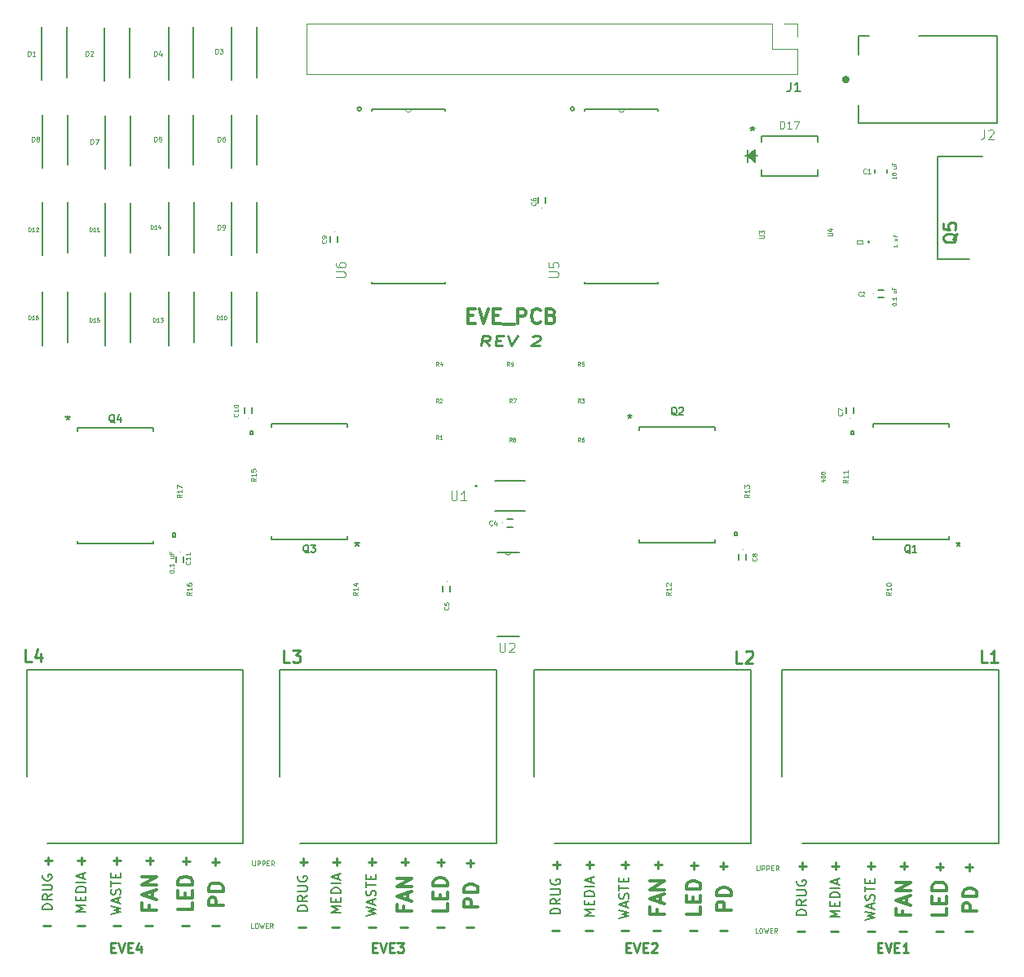
<source format=gbr>
G04 #@! TF.GenerationSoftware,KiCad,Pcbnew,5.1.5*
G04 #@! TF.CreationDate,2020-04-29T22:13:39-04:00*
G04 #@! TF.ProjectId,EVE-PCB-V2,4556452d-5043-4422-9d56-322e6b696361,rev?*
G04 #@! TF.SameCoordinates,Original*
G04 #@! TF.FileFunction,Legend,Top*
G04 #@! TF.FilePolarity,Positive*
%FSLAX46Y46*%
G04 Gerber Fmt 4.6, Leading zero omitted, Abs format (unit mm)*
G04 Created by KiCad (PCBNEW 5.1.5) date 2020-04-29 22:13:39*
%MOMM*%
%LPD*%
G04 APERTURE LIST*
%ADD10C,0.125000*%
%ADD11C,0.300000*%
%ADD12C,0.250000*%
%ADD13C,0.200000*%
%ADD14C,0.100000*%
%ADD15C,0.152400*%
%ADD16C,0.127000*%
%ADD17C,0.120000*%
%ADD18C,0.400000*%
%ADD19C,0.050000*%
%ADD20C,0.150000*%
%ADD21C,0.254000*%
G04 APERTURE END LIST*
D10*
X112541952Y-129702690D02*
X112303857Y-129702690D01*
X112303857Y-129202690D01*
X112803857Y-129202690D02*
X112899095Y-129202690D01*
X112946714Y-129226500D01*
X112994333Y-129274119D01*
X113018142Y-129369357D01*
X113018142Y-129536023D01*
X112994333Y-129631261D01*
X112946714Y-129678880D01*
X112899095Y-129702690D01*
X112803857Y-129702690D01*
X112756238Y-129678880D01*
X112708619Y-129631261D01*
X112684809Y-129536023D01*
X112684809Y-129369357D01*
X112708619Y-129274119D01*
X112756238Y-129226500D01*
X112803857Y-129202690D01*
X113184809Y-129202690D02*
X113303857Y-129702690D01*
X113399095Y-129345547D01*
X113494333Y-129702690D01*
X113613380Y-129202690D01*
X113803857Y-129440785D02*
X113970523Y-129440785D01*
X114041952Y-129702690D02*
X113803857Y-129702690D01*
X113803857Y-129202690D01*
X114041952Y-129202690D01*
X114541952Y-129702690D02*
X114375285Y-129464595D01*
X114256238Y-129702690D02*
X114256238Y-129202690D01*
X114446714Y-129202690D01*
X114494333Y-129226500D01*
X114518142Y-129250309D01*
X114541952Y-129297928D01*
X114541952Y-129369357D01*
X114518142Y-129416976D01*
X114494333Y-129440785D01*
X114446714Y-129464595D01*
X114256238Y-129464595D01*
D11*
X132695071Y-127202285D02*
X132695071Y-127916571D01*
X131195071Y-127916571D01*
X131909357Y-126702285D02*
X131909357Y-126202285D01*
X132695071Y-125988000D02*
X132695071Y-126702285D01*
X131195071Y-126702285D01*
X131195071Y-125988000D01*
X132695071Y-125345142D02*
X131195071Y-125345142D01*
X131195071Y-124988000D01*
X131266500Y-124773714D01*
X131409357Y-124630857D01*
X131552214Y-124559428D01*
X131837928Y-124488000D01*
X132052214Y-124488000D01*
X132337928Y-124559428D01*
X132480785Y-124630857D01*
X132623642Y-124773714D01*
X132695071Y-124988000D01*
X132695071Y-125345142D01*
D10*
X112418952Y-122725690D02*
X112418952Y-123130452D01*
X112442761Y-123178071D01*
X112466571Y-123201880D01*
X112514190Y-123225690D01*
X112609428Y-123225690D01*
X112657047Y-123201880D01*
X112680857Y-123178071D01*
X112704666Y-123130452D01*
X112704666Y-122725690D01*
X112942761Y-123225690D02*
X112942761Y-122725690D01*
X113133238Y-122725690D01*
X113180857Y-122749500D01*
X113204666Y-122773309D01*
X113228476Y-122820928D01*
X113228476Y-122892357D01*
X113204666Y-122939976D01*
X113180857Y-122963785D01*
X113133238Y-122987595D01*
X112942761Y-122987595D01*
X113442761Y-123225690D02*
X113442761Y-122725690D01*
X113633238Y-122725690D01*
X113680857Y-122749500D01*
X113704666Y-122773309D01*
X113728476Y-122820928D01*
X113728476Y-122892357D01*
X113704666Y-122939976D01*
X113680857Y-122963785D01*
X113633238Y-122987595D01*
X113442761Y-122987595D01*
X113942761Y-122963785D02*
X114109428Y-122963785D01*
X114180857Y-123225690D02*
X113942761Y-123225690D01*
X113942761Y-122725690D01*
X114180857Y-122725690D01*
X114680857Y-123225690D02*
X114514190Y-122987595D01*
X114395142Y-123225690D02*
X114395142Y-122725690D01*
X114585619Y-122725690D01*
X114633238Y-122749500D01*
X114657047Y-122773309D01*
X114680857Y-122820928D01*
X114680857Y-122892357D01*
X114657047Y-122939976D01*
X114633238Y-122963785D01*
X114585619Y-122987595D01*
X114395142Y-122987595D01*
D11*
X135870071Y-127507857D02*
X134370071Y-127507857D01*
X134370071Y-126936428D01*
X134441500Y-126793571D01*
X134512928Y-126722142D01*
X134655785Y-126650714D01*
X134870071Y-126650714D01*
X135012928Y-126722142D01*
X135084357Y-126793571D01*
X135155785Y-126936428D01*
X135155785Y-127507857D01*
X135870071Y-126007857D02*
X134370071Y-126007857D01*
X134370071Y-125650714D01*
X134441500Y-125436428D01*
X134584357Y-125293571D01*
X134727214Y-125222142D01*
X135012928Y-125150714D01*
X135227214Y-125150714D01*
X135512928Y-125222142D01*
X135655785Y-125293571D01*
X135798642Y-125436428D01*
X135870071Y-125650714D01*
X135870071Y-126007857D01*
X128162857Y-127452285D02*
X128162857Y-127952285D01*
X128948571Y-127952285D02*
X127448571Y-127952285D01*
X127448571Y-127238000D01*
X128520000Y-126738000D02*
X128520000Y-126023714D01*
X128948571Y-126880857D02*
X127448571Y-126380857D01*
X128948571Y-125880857D01*
X128948571Y-125380857D02*
X127448571Y-125380857D01*
X128948571Y-124523714D01*
X127448571Y-124523714D01*
D12*
X124460047Y-122816928D02*
X125221952Y-122816928D01*
X124841000Y-123197880D02*
X124841000Y-122435976D01*
X127889047Y-122816928D02*
X128650952Y-122816928D01*
X128270000Y-123197880D02*
X128270000Y-122435976D01*
X131635547Y-122880428D02*
X132397452Y-122880428D01*
X132016500Y-123261380D02*
X132016500Y-122499476D01*
X134683547Y-122943928D02*
X135445452Y-122943928D01*
X135064500Y-123324880D02*
X135064500Y-122562976D01*
D13*
X124229880Y-128404666D02*
X125229880Y-128166571D01*
X124515595Y-127976095D01*
X125229880Y-127785619D01*
X124229880Y-127547523D01*
X124944166Y-127214190D02*
X124944166Y-126738000D01*
X125229880Y-127309428D02*
X124229880Y-126976095D01*
X125229880Y-126642761D01*
X125182261Y-126357047D02*
X125229880Y-126214190D01*
X125229880Y-125976095D01*
X125182261Y-125880857D01*
X125134642Y-125833238D01*
X125039404Y-125785619D01*
X124944166Y-125785619D01*
X124848928Y-125833238D01*
X124801309Y-125880857D01*
X124753690Y-125976095D01*
X124706071Y-126166571D01*
X124658452Y-126261809D01*
X124610833Y-126309428D01*
X124515595Y-126357047D01*
X124420357Y-126357047D01*
X124325119Y-126309428D01*
X124277500Y-126261809D01*
X124229880Y-126166571D01*
X124229880Y-125928476D01*
X124277500Y-125785619D01*
X124229880Y-125499904D02*
X124229880Y-124928476D01*
X125229880Y-125214190D02*
X124229880Y-125214190D01*
X124706071Y-124595142D02*
X124706071Y-124261809D01*
X125229880Y-124118952D02*
X125229880Y-124595142D01*
X124229880Y-124595142D01*
X124229880Y-124118952D01*
D12*
X117221047Y-129611428D02*
X117982952Y-129611428D01*
X120713547Y-129611428D02*
X121475452Y-129611428D01*
X117348047Y-122816928D02*
X118109952Y-122816928D01*
X117729000Y-123197880D02*
X117729000Y-122435976D01*
X124460047Y-129611428D02*
X125221952Y-129611428D01*
D13*
X118117880Y-127896714D02*
X117117880Y-127896714D01*
X117117880Y-127658619D01*
X117165500Y-127515761D01*
X117260738Y-127420523D01*
X117355976Y-127372904D01*
X117546452Y-127325285D01*
X117689309Y-127325285D01*
X117879785Y-127372904D01*
X117975023Y-127420523D01*
X118070261Y-127515761D01*
X118117880Y-127658619D01*
X118117880Y-127896714D01*
X118117880Y-126325285D02*
X117641690Y-126658619D01*
X118117880Y-126896714D02*
X117117880Y-126896714D01*
X117117880Y-126515761D01*
X117165500Y-126420523D01*
X117213119Y-126372904D01*
X117308357Y-126325285D01*
X117451214Y-126325285D01*
X117546452Y-126372904D01*
X117594071Y-126420523D01*
X117641690Y-126515761D01*
X117641690Y-126896714D01*
X117117880Y-125896714D02*
X117927404Y-125896714D01*
X118022642Y-125849095D01*
X118070261Y-125801476D01*
X118117880Y-125706238D01*
X118117880Y-125515761D01*
X118070261Y-125420523D01*
X118022642Y-125372904D01*
X117927404Y-125325285D01*
X117117880Y-125325285D01*
X117165500Y-124325285D02*
X117117880Y-124420523D01*
X117117880Y-124563380D01*
X117165500Y-124706238D01*
X117260738Y-124801476D01*
X117355976Y-124849095D01*
X117546452Y-124896714D01*
X117689309Y-124896714D01*
X117879785Y-124849095D01*
X117975023Y-124801476D01*
X118070261Y-124706238D01*
X118117880Y-124563380D01*
X118117880Y-124468142D01*
X118070261Y-124325285D01*
X118022642Y-124277666D01*
X117689309Y-124277666D01*
X117689309Y-124468142D01*
D12*
X134683547Y-129611428D02*
X135445452Y-129611428D01*
D13*
X121610380Y-128126880D02*
X120610380Y-128126880D01*
X121324666Y-127793547D01*
X120610380Y-127460214D01*
X121610380Y-127460214D01*
X121086571Y-126984023D02*
X121086571Y-126650690D01*
X121610380Y-126507833D02*
X121610380Y-126984023D01*
X120610380Y-126984023D01*
X120610380Y-126507833D01*
X121610380Y-126079261D02*
X120610380Y-126079261D01*
X120610380Y-125841166D01*
X120658000Y-125698309D01*
X120753238Y-125603071D01*
X120848476Y-125555452D01*
X121038952Y-125507833D01*
X121181809Y-125507833D01*
X121372285Y-125555452D01*
X121467523Y-125603071D01*
X121562761Y-125698309D01*
X121610380Y-125841166D01*
X121610380Y-126079261D01*
X121610380Y-125079261D02*
X120610380Y-125079261D01*
X121324666Y-124650690D02*
X121324666Y-124174500D01*
X121610380Y-124745928D02*
X120610380Y-124412595D01*
X121610380Y-124079261D01*
D12*
X131572047Y-129611428D02*
X132333952Y-129611428D01*
X127762047Y-129611428D02*
X128523952Y-129611428D01*
X120777047Y-122816928D02*
X121538952Y-122816928D01*
X121158000Y-123197880D02*
X121158000Y-122435976D01*
X108204047Y-129484428D02*
X108965952Y-129484428D01*
X94297547Y-122689928D02*
X95059452Y-122689928D01*
X94678500Y-123070880D02*
X94678500Y-122308976D01*
X101409547Y-122689928D02*
X102171452Y-122689928D01*
X101790500Y-123070880D02*
X101790500Y-122308976D01*
D11*
X101683357Y-127325285D02*
X101683357Y-127825285D01*
X102469071Y-127825285D02*
X100969071Y-127825285D01*
X100969071Y-127111000D01*
X102040500Y-126611000D02*
X102040500Y-125896714D01*
X102469071Y-126753857D02*
X100969071Y-126253857D01*
X102469071Y-125753857D01*
X102469071Y-125253857D02*
X100969071Y-125253857D01*
X102469071Y-124396714D01*
X100969071Y-124396714D01*
D12*
X94234047Y-129484428D02*
X94995952Y-129484428D01*
X101282547Y-129484428D02*
X102044452Y-129484428D01*
D11*
X106215571Y-127075285D02*
X106215571Y-127789571D01*
X104715571Y-127789571D01*
X105429857Y-126575285D02*
X105429857Y-126075285D01*
X106215571Y-125861000D02*
X106215571Y-126575285D01*
X104715571Y-126575285D01*
X104715571Y-125861000D01*
X106215571Y-125218142D02*
X104715571Y-125218142D01*
X104715571Y-124861000D01*
X104787000Y-124646714D01*
X104929857Y-124503857D01*
X105072714Y-124432428D01*
X105358428Y-124361000D01*
X105572714Y-124361000D01*
X105858428Y-124432428D01*
X106001285Y-124503857D01*
X106144142Y-124646714D01*
X106215571Y-124861000D01*
X106215571Y-125218142D01*
D12*
X97980547Y-129484428D02*
X98742452Y-129484428D01*
D11*
X109390571Y-127380857D02*
X107890571Y-127380857D01*
X107890571Y-126809428D01*
X107962000Y-126666571D01*
X108033428Y-126595142D01*
X108176285Y-126523714D01*
X108390571Y-126523714D01*
X108533428Y-126595142D01*
X108604857Y-126666571D01*
X108676285Y-126809428D01*
X108676285Y-127380857D01*
X109390571Y-125880857D02*
X107890571Y-125880857D01*
X107890571Y-125523714D01*
X107962000Y-125309428D01*
X108104857Y-125166571D01*
X108247714Y-125095142D01*
X108533428Y-125023714D01*
X108747714Y-125023714D01*
X109033428Y-125095142D01*
X109176285Y-125166571D01*
X109319142Y-125309428D01*
X109390571Y-125523714D01*
X109390571Y-125880857D01*
D12*
X90741547Y-129484428D02*
X91503452Y-129484428D01*
X90868547Y-122689928D02*
X91630452Y-122689928D01*
X91249500Y-123070880D02*
X91249500Y-122308976D01*
D13*
X91638380Y-127769714D02*
X90638380Y-127769714D01*
X90638380Y-127531619D01*
X90686000Y-127388761D01*
X90781238Y-127293523D01*
X90876476Y-127245904D01*
X91066952Y-127198285D01*
X91209809Y-127198285D01*
X91400285Y-127245904D01*
X91495523Y-127293523D01*
X91590761Y-127388761D01*
X91638380Y-127531619D01*
X91638380Y-127769714D01*
X91638380Y-126198285D02*
X91162190Y-126531619D01*
X91638380Y-126769714D02*
X90638380Y-126769714D01*
X90638380Y-126388761D01*
X90686000Y-126293523D01*
X90733619Y-126245904D01*
X90828857Y-126198285D01*
X90971714Y-126198285D01*
X91066952Y-126245904D01*
X91114571Y-126293523D01*
X91162190Y-126388761D01*
X91162190Y-126769714D01*
X90638380Y-125769714D02*
X91447904Y-125769714D01*
X91543142Y-125722095D01*
X91590761Y-125674476D01*
X91638380Y-125579238D01*
X91638380Y-125388761D01*
X91590761Y-125293523D01*
X91543142Y-125245904D01*
X91447904Y-125198285D01*
X90638380Y-125198285D01*
X90686000Y-124198285D02*
X90638380Y-124293523D01*
X90638380Y-124436380D01*
X90686000Y-124579238D01*
X90781238Y-124674476D01*
X90876476Y-124722095D01*
X91066952Y-124769714D01*
X91209809Y-124769714D01*
X91400285Y-124722095D01*
X91495523Y-124674476D01*
X91590761Y-124579238D01*
X91638380Y-124436380D01*
X91638380Y-124341142D01*
X91590761Y-124198285D01*
X91543142Y-124150666D01*
X91209809Y-124150666D01*
X91209809Y-124341142D01*
D12*
X108204047Y-122816928D02*
X108965952Y-122816928D01*
X108585000Y-123197880D02*
X108585000Y-122435976D01*
X97980547Y-122689928D02*
X98742452Y-122689928D01*
X98361500Y-123070880D02*
X98361500Y-122308976D01*
X105092547Y-129484428D02*
X105854452Y-129484428D01*
D13*
X95130880Y-127999880D02*
X94130880Y-127999880D01*
X94845166Y-127666547D01*
X94130880Y-127333214D01*
X95130880Y-127333214D01*
X94607071Y-126857023D02*
X94607071Y-126523690D01*
X95130880Y-126380833D02*
X95130880Y-126857023D01*
X94130880Y-126857023D01*
X94130880Y-126380833D01*
X95130880Y-125952261D02*
X94130880Y-125952261D01*
X94130880Y-125714166D01*
X94178500Y-125571309D01*
X94273738Y-125476071D01*
X94368976Y-125428452D01*
X94559452Y-125380833D01*
X94702309Y-125380833D01*
X94892785Y-125428452D01*
X94988023Y-125476071D01*
X95083261Y-125571309D01*
X95130880Y-125714166D01*
X95130880Y-125952261D01*
X95130880Y-124952261D02*
X94130880Y-124952261D01*
X94845166Y-124523690D02*
X94845166Y-124047500D01*
X95130880Y-124618928D02*
X94130880Y-124285595D01*
X95130880Y-123952261D01*
D12*
X105156047Y-122753428D02*
X105917952Y-122753428D01*
X105537000Y-123134380D02*
X105537000Y-122372476D01*
D13*
X97750380Y-128277666D02*
X98750380Y-128039571D01*
X98036095Y-127849095D01*
X98750380Y-127658619D01*
X97750380Y-127420523D01*
X98464666Y-127087190D02*
X98464666Y-126611000D01*
X98750380Y-127182428D02*
X97750380Y-126849095D01*
X98750380Y-126515761D01*
X98702761Y-126230047D02*
X98750380Y-126087190D01*
X98750380Y-125849095D01*
X98702761Y-125753857D01*
X98655142Y-125706238D01*
X98559904Y-125658619D01*
X98464666Y-125658619D01*
X98369428Y-125706238D01*
X98321809Y-125753857D01*
X98274190Y-125849095D01*
X98226571Y-126039571D01*
X98178952Y-126134809D01*
X98131333Y-126182428D01*
X98036095Y-126230047D01*
X97940857Y-126230047D01*
X97845619Y-126182428D01*
X97798000Y-126134809D01*
X97750380Y-126039571D01*
X97750380Y-125801476D01*
X97798000Y-125658619D01*
X97750380Y-125372904D02*
X97750380Y-124801476D01*
X98750380Y-125087190D02*
X97750380Y-125087190D01*
X98226571Y-124468142D02*
X98226571Y-124134809D01*
X98750380Y-123991952D02*
X98750380Y-124468142D01*
X97750380Y-124468142D01*
X97750380Y-123991952D01*
D11*
X158984071Y-127519785D02*
X158984071Y-128234071D01*
X157484071Y-128234071D01*
X158198357Y-127019785D02*
X158198357Y-126519785D01*
X158984071Y-126305500D02*
X158984071Y-127019785D01*
X157484071Y-127019785D01*
X157484071Y-126305500D01*
X158984071Y-125662642D02*
X157484071Y-125662642D01*
X157484071Y-125305500D01*
X157555500Y-125091214D01*
X157698357Y-124948357D01*
X157841214Y-124876928D01*
X158126928Y-124805500D01*
X158341214Y-124805500D01*
X158626928Y-124876928D01*
X158769785Y-124948357D01*
X158912642Y-125091214D01*
X158984071Y-125305500D01*
X158984071Y-125662642D01*
X162159071Y-127825357D02*
X160659071Y-127825357D01*
X160659071Y-127253928D01*
X160730500Y-127111071D01*
X160801928Y-127039642D01*
X160944785Y-126968214D01*
X161159071Y-126968214D01*
X161301928Y-127039642D01*
X161373357Y-127111071D01*
X161444785Y-127253928D01*
X161444785Y-127825357D01*
X162159071Y-126325357D02*
X160659071Y-126325357D01*
X160659071Y-125968214D01*
X160730500Y-125753928D01*
X160873357Y-125611071D01*
X161016214Y-125539642D01*
X161301928Y-125468214D01*
X161516214Y-125468214D01*
X161801928Y-125539642D01*
X161944785Y-125611071D01*
X162087642Y-125753928D01*
X162159071Y-125968214D01*
X162159071Y-126325357D01*
X154451857Y-127769785D02*
X154451857Y-128269785D01*
X155237571Y-128269785D02*
X153737571Y-128269785D01*
X153737571Y-127555500D01*
X154809000Y-127055500D02*
X154809000Y-126341214D01*
X155237571Y-127198357D02*
X153737571Y-126698357D01*
X155237571Y-126198357D01*
X155237571Y-125698357D02*
X153737571Y-125698357D01*
X155237571Y-124841214D01*
X153737571Y-124841214D01*
D12*
X150749047Y-123134428D02*
X151510952Y-123134428D01*
X151130000Y-123515380D02*
X151130000Y-122753476D01*
X154178047Y-123134428D02*
X154939952Y-123134428D01*
X154559000Y-123515380D02*
X154559000Y-122753476D01*
X157924547Y-123197928D02*
X158686452Y-123197928D01*
X158305500Y-123578880D02*
X158305500Y-122816976D01*
X160972547Y-123261428D02*
X161734452Y-123261428D01*
X161353500Y-123642380D02*
X161353500Y-122880476D01*
D13*
X150518880Y-128722166D02*
X151518880Y-128484071D01*
X150804595Y-128293595D01*
X151518880Y-128103119D01*
X150518880Y-127865023D01*
X151233166Y-127531690D02*
X151233166Y-127055500D01*
X151518880Y-127626928D02*
X150518880Y-127293595D01*
X151518880Y-126960261D01*
X151471261Y-126674547D02*
X151518880Y-126531690D01*
X151518880Y-126293595D01*
X151471261Y-126198357D01*
X151423642Y-126150738D01*
X151328404Y-126103119D01*
X151233166Y-126103119D01*
X151137928Y-126150738D01*
X151090309Y-126198357D01*
X151042690Y-126293595D01*
X150995071Y-126484071D01*
X150947452Y-126579309D01*
X150899833Y-126626928D01*
X150804595Y-126674547D01*
X150709357Y-126674547D01*
X150614119Y-126626928D01*
X150566500Y-126579309D01*
X150518880Y-126484071D01*
X150518880Y-126245976D01*
X150566500Y-126103119D01*
X150518880Y-125817404D02*
X150518880Y-125245976D01*
X151518880Y-125531690D02*
X150518880Y-125531690D01*
X150995071Y-124912642D02*
X150995071Y-124579309D01*
X151518880Y-124436452D02*
X151518880Y-124912642D01*
X150518880Y-124912642D01*
X150518880Y-124436452D01*
D12*
X143510047Y-129928928D02*
X144271952Y-129928928D01*
X147002547Y-129928928D02*
X147764452Y-129928928D01*
X143637047Y-123134428D02*
X144398952Y-123134428D01*
X144018000Y-123515380D02*
X144018000Y-122753476D01*
X150749047Y-129928928D02*
X151510952Y-129928928D01*
D13*
X144406880Y-128214214D02*
X143406880Y-128214214D01*
X143406880Y-127976119D01*
X143454500Y-127833261D01*
X143549738Y-127738023D01*
X143644976Y-127690404D01*
X143835452Y-127642785D01*
X143978309Y-127642785D01*
X144168785Y-127690404D01*
X144264023Y-127738023D01*
X144359261Y-127833261D01*
X144406880Y-127976119D01*
X144406880Y-128214214D01*
X144406880Y-126642785D02*
X143930690Y-126976119D01*
X144406880Y-127214214D02*
X143406880Y-127214214D01*
X143406880Y-126833261D01*
X143454500Y-126738023D01*
X143502119Y-126690404D01*
X143597357Y-126642785D01*
X143740214Y-126642785D01*
X143835452Y-126690404D01*
X143883071Y-126738023D01*
X143930690Y-126833261D01*
X143930690Y-127214214D01*
X143406880Y-126214214D02*
X144216404Y-126214214D01*
X144311642Y-126166595D01*
X144359261Y-126118976D01*
X144406880Y-126023738D01*
X144406880Y-125833261D01*
X144359261Y-125738023D01*
X144311642Y-125690404D01*
X144216404Y-125642785D01*
X143406880Y-125642785D01*
X143454500Y-124642785D02*
X143406880Y-124738023D01*
X143406880Y-124880880D01*
X143454500Y-125023738D01*
X143549738Y-125118976D01*
X143644976Y-125166595D01*
X143835452Y-125214214D01*
X143978309Y-125214214D01*
X144168785Y-125166595D01*
X144264023Y-125118976D01*
X144359261Y-125023738D01*
X144406880Y-124880880D01*
X144406880Y-124785642D01*
X144359261Y-124642785D01*
X144311642Y-124595166D01*
X143978309Y-124595166D01*
X143978309Y-124785642D01*
D12*
X160972547Y-129928928D02*
X161734452Y-129928928D01*
D13*
X147899380Y-128444380D02*
X146899380Y-128444380D01*
X147613666Y-128111047D01*
X146899380Y-127777714D01*
X147899380Y-127777714D01*
X147375571Y-127301523D02*
X147375571Y-126968190D01*
X147899380Y-126825333D02*
X147899380Y-127301523D01*
X146899380Y-127301523D01*
X146899380Y-126825333D01*
X147899380Y-126396761D02*
X146899380Y-126396761D01*
X146899380Y-126158666D01*
X146947000Y-126015809D01*
X147042238Y-125920571D01*
X147137476Y-125872952D01*
X147327952Y-125825333D01*
X147470809Y-125825333D01*
X147661285Y-125872952D01*
X147756523Y-125920571D01*
X147851761Y-126015809D01*
X147899380Y-126158666D01*
X147899380Y-126396761D01*
X147899380Y-125396761D02*
X146899380Y-125396761D01*
X147613666Y-124968190D02*
X147613666Y-124492000D01*
X147899380Y-125063428D02*
X146899380Y-124730095D01*
X147899380Y-124396761D01*
D12*
X157861047Y-129928928D02*
X158622952Y-129928928D01*
X154051047Y-129928928D02*
X154812952Y-129928928D01*
X147066047Y-123134428D02*
X147827952Y-123134428D01*
X147447000Y-123515380D02*
X147447000Y-122753476D01*
X169037047Y-130055928D02*
X169798952Y-130055928D01*
X172529547Y-130055928D02*
X173291452Y-130055928D01*
X176276047Y-130055928D02*
X177037952Y-130055928D01*
X179578047Y-130055928D02*
X180339952Y-130055928D01*
X183388047Y-130055928D02*
X184149952Y-130055928D01*
X186499547Y-130055928D02*
X187261452Y-130055928D01*
X169164047Y-123261428D02*
X169925952Y-123261428D01*
X169545000Y-123642380D02*
X169545000Y-122880476D01*
X172593047Y-123261428D02*
X173354952Y-123261428D01*
X172974000Y-123642380D02*
X172974000Y-122880476D01*
D13*
X169933880Y-128341214D02*
X168933880Y-128341214D01*
X168933880Y-128103119D01*
X168981500Y-127960261D01*
X169076738Y-127865023D01*
X169171976Y-127817404D01*
X169362452Y-127769785D01*
X169505309Y-127769785D01*
X169695785Y-127817404D01*
X169791023Y-127865023D01*
X169886261Y-127960261D01*
X169933880Y-128103119D01*
X169933880Y-128341214D01*
X169933880Y-126769785D02*
X169457690Y-127103119D01*
X169933880Y-127341214D02*
X168933880Y-127341214D01*
X168933880Y-126960261D01*
X168981500Y-126865023D01*
X169029119Y-126817404D01*
X169124357Y-126769785D01*
X169267214Y-126769785D01*
X169362452Y-126817404D01*
X169410071Y-126865023D01*
X169457690Y-126960261D01*
X169457690Y-127341214D01*
X168933880Y-126341214D02*
X169743404Y-126341214D01*
X169838642Y-126293595D01*
X169886261Y-126245976D01*
X169933880Y-126150738D01*
X169933880Y-125960261D01*
X169886261Y-125865023D01*
X169838642Y-125817404D01*
X169743404Y-125769785D01*
X168933880Y-125769785D01*
X168981500Y-124769785D02*
X168933880Y-124865023D01*
X168933880Y-125007880D01*
X168981500Y-125150738D01*
X169076738Y-125245976D01*
X169171976Y-125293595D01*
X169362452Y-125341214D01*
X169505309Y-125341214D01*
X169695785Y-125293595D01*
X169791023Y-125245976D01*
X169886261Y-125150738D01*
X169933880Y-125007880D01*
X169933880Y-124912642D01*
X169886261Y-124769785D01*
X169838642Y-124722166D01*
X169505309Y-124722166D01*
X169505309Y-124912642D01*
X173426380Y-128571380D02*
X172426380Y-128571380D01*
X173140666Y-128238047D01*
X172426380Y-127904714D01*
X173426380Y-127904714D01*
X172902571Y-127428523D02*
X172902571Y-127095190D01*
X173426380Y-126952333D02*
X173426380Y-127428523D01*
X172426380Y-127428523D01*
X172426380Y-126952333D01*
X173426380Y-126523761D02*
X172426380Y-126523761D01*
X172426380Y-126285666D01*
X172474000Y-126142809D01*
X172569238Y-126047571D01*
X172664476Y-125999952D01*
X172854952Y-125952333D01*
X172997809Y-125952333D01*
X173188285Y-125999952D01*
X173283523Y-126047571D01*
X173378761Y-126142809D01*
X173426380Y-126285666D01*
X173426380Y-126523761D01*
X173426380Y-125523761D02*
X172426380Y-125523761D01*
X173140666Y-125095190D02*
X173140666Y-124619000D01*
X173426380Y-125190428D02*
X172426380Y-124857095D01*
X173426380Y-124523761D01*
D12*
X176276047Y-123261428D02*
X177037952Y-123261428D01*
X176657000Y-123642380D02*
X176657000Y-122880476D01*
X179705047Y-123261428D02*
X180466952Y-123261428D01*
X180086000Y-123642380D02*
X180086000Y-122880476D01*
X183451547Y-123324928D02*
X184213452Y-123324928D01*
X183832500Y-123705880D02*
X183832500Y-122943976D01*
X186499547Y-123388428D02*
X187261452Y-123388428D01*
X186880500Y-123769380D02*
X186880500Y-123007476D01*
D13*
X176045880Y-128849166D02*
X177045880Y-128611071D01*
X176331595Y-128420595D01*
X177045880Y-128230119D01*
X176045880Y-127992023D01*
X176760166Y-127658690D02*
X176760166Y-127182500D01*
X177045880Y-127753928D02*
X176045880Y-127420595D01*
X177045880Y-127087261D01*
X176998261Y-126801547D02*
X177045880Y-126658690D01*
X177045880Y-126420595D01*
X176998261Y-126325357D01*
X176950642Y-126277738D01*
X176855404Y-126230119D01*
X176760166Y-126230119D01*
X176664928Y-126277738D01*
X176617309Y-126325357D01*
X176569690Y-126420595D01*
X176522071Y-126611071D01*
X176474452Y-126706309D01*
X176426833Y-126753928D01*
X176331595Y-126801547D01*
X176236357Y-126801547D01*
X176141119Y-126753928D01*
X176093500Y-126706309D01*
X176045880Y-126611071D01*
X176045880Y-126372976D01*
X176093500Y-126230119D01*
X176045880Y-125944404D02*
X176045880Y-125372976D01*
X177045880Y-125658690D02*
X176045880Y-125658690D01*
X176522071Y-125039642D02*
X176522071Y-124706309D01*
X177045880Y-124563452D02*
X177045880Y-125039642D01*
X176045880Y-125039642D01*
X176045880Y-124563452D01*
D11*
X179978857Y-127896785D02*
X179978857Y-128396785D01*
X180764571Y-128396785D02*
X179264571Y-128396785D01*
X179264571Y-127682500D01*
X180336000Y-127182500D02*
X180336000Y-126468214D01*
X180764571Y-127325357D02*
X179264571Y-126825357D01*
X180764571Y-126325357D01*
X180764571Y-125825357D02*
X179264571Y-125825357D01*
X180764571Y-124968214D01*
X179264571Y-124968214D01*
X184511071Y-127646785D02*
X184511071Y-128361071D01*
X183011071Y-128361071D01*
X183725357Y-127146785D02*
X183725357Y-126646785D01*
X184511071Y-126432500D02*
X184511071Y-127146785D01*
X183011071Y-127146785D01*
X183011071Y-126432500D01*
X184511071Y-125789642D02*
X183011071Y-125789642D01*
X183011071Y-125432500D01*
X183082500Y-125218214D01*
X183225357Y-125075357D01*
X183368214Y-125003928D01*
X183653928Y-124932500D01*
X183868214Y-124932500D01*
X184153928Y-125003928D01*
X184296785Y-125075357D01*
X184439642Y-125218214D01*
X184511071Y-125432500D01*
X184511071Y-125789642D01*
D10*
X164806452Y-123233690D02*
X164806452Y-123638452D01*
X164830261Y-123686071D01*
X164854071Y-123709880D01*
X164901690Y-123733690D01*
X164996928Y-123733690D01*
X165044547Y-123709880D01*
X165068357Y-123686071D01*
X165092166Y-123638452D01*
X165092166Y-123233690D01*
X165330261Y-123733690D02*
X165330261Y-123233690D01*
X165520738Y-123233690D01*
X165568357Y-123257500D01*
X165592166Y-123281309D01*
X165615976Y-123328928D01*
X165615976Y-123400357D01*
X165592166Y-123447976D01*
X165568357Y-123471785D01*
X165520738Y-123495595D01*
X165330261Y-123495595D01*
X165830261Y-123733690D02*
X165830261Y-123233690D01*
X166020738Y-123233690D01*
X166068357Y-123257500D01*
X166092166Y-123281309D01*
X166115976Y-123328928D01*
X166115976Y-123400357D01*
X166092166Y-123447976D01*
X166068357Y-123471785D01*
X166020738Y-123495595D01*
X165830261Y-123495595D01*
X166330261Y-123471785D02*
X166496928Y-123471785D01*
X166568357Y-123733690D02*
X166330261Y-123733690D01*
X166330261Y-123233690D01*
X166568357Y-123233690D01*
X167068357Y-123733690D02*
X166901690Y-123495595D01*
X166782642Y-123733690D02*
X166782642Y-123233690D01*
X166973119Y-123233690D01*
X167020738Y-123257500D01*
X167044547Y-123281309D01*
X167068357Y-123328928D01*
X167068357Y-123400357D01*
X167044547Y-123447976D01*
X167020738Y-123471785D01*
X166973119Y-123495595D01*
X166782642Y-123495595D01*
X164929452Y-130210690D02*
X164691357Y-130210690D01*
X164691357Y-129710690D01*
X165191357Y-129710690D02*
X165286595Y-129710690D01*
X165334214Y-129734500D01*
X165381833Y-129782119D01*
X165405642Y-129877357D01*
X165405642Y-130044023D01*
X165381833Y-130139261D01*
X165334214Y-130186880D01*
X165286595Y-130210690D01*
X165191357Y-130210690D01*
X165143738Y-130186880D01*
X165096119Y-130139261D01*
X165072309Y-130044023D01*
X165072309Y-129877357D01*
X165096119Y-129782119D01*
X165143738Y-129734500D01*
X165191357Y-129710690D01*
X165572309Y-129710690D02*
X165691357Y-130210690D01*
X165786595Y-129853547D01*
X165881833Y-130210690D01*
X166000880Y-129710690D01*
X166191357Y-129948785D02*
X166358023Y-129948785D01*
X166429452Y-130210690D02*
X166191357Y-130210690D01*
X166191357Y-129710690D01*
X166429452Y-129710690D01*
X166929452Y-130210690D02*
X166762785Y-129972595D01*
X166643738Y-130210690D02*
X166643738Y-129710690D01*
X166834214Y-129710690D01*
X166881833Y-129734500D01*
X166905642Y-129758309D01*
X166929452Y-129805928D01*
X166929452Y-129877357D01*
X166905642Y-129924976D01*
X166881833Y-129948785D01*
X166834214Y-129972595D01*
X166643738Y-129972595D01*
D11*
X187686071Y-127952357D02*
X186186071Y-127952357D01*
X186186071Y-127380928D01*
X186257500Y-127238071D01*
X186328928Y-127166642D01*
X186471785Y-127095214D01*
X186686071Y-127095214D01*
X186828928Y-127166642D01*
X186900357Y-127238071D01*
X186971785Y-127380928D01*
X186971785Y-127952357D01*
X187686071Y-126452357D02*
X186186071Y-126452357D01*
X186186071Y-126095214D01*
X186257500Y-125880928D01*
X186400357Y-125738071D01*
X186543214Y-125666642D01*
X186828928Y-125595214D01*
X187043214Y-125595214D01*
X187328928Y-125666642D01*
X187471785Y-125738071D01*
X187614642Y-125880928D01*
X187686071Y-126095214D01*
X187686071Y-126452357D01*
D12*
X97742571Y-131728571D02*
X98075904Y-131728571D01*
X98218761Y-132252380D02*
X97742571Y-132252380D01*
X97742571Y-131252380D01*
X98218761Y-131252380D01*
X98504476Y-131252380D02*
X98837809Y-132252380D01*
X99171142Y-131252380D01*
X99504476Y-131728571D02*
X99837809Y-131728571D01*
X99980666Y-132252380D02*
X99504476Y-132252380D01*
X99504476Y-131252380D01*
X99980666Y-131252380D01*
X100837809Y-131585714D02*
X100837809Y-132252380D01*
X100599714Y-131204761D02*
X100361619Y-131919047D01*
X100980666Y-131919047D01*
X124920571Y-131728571D02*
X125253904Y-131728571D01*
X125396761Y-132252380D02*
X124920571Y-132252380D01*
X124920571Y-131252380D01*
X125396761Y-131252380D01*
X125682476Y-131252380D02*
X126015809Y-132252380D01*
X126349142Y-131252380D01*
X126682476Y-131728571D02*
X127015809Y-131728571D01*
X127158666Y-132252380D02*
X126682476Y-132252380D01*
X126682476Y-131252380D01*
X127158666Y-131252380D01*
X127492000Y-131252380D02*
X128111047Y-131252380D01*
X127777714Y-131633333D01*
X127920571Y-131633333D01*
X128015809Y-131680952D01*
X128063428Y-131728571D01*
X128111047Y-131823809D01*
X128111047Y-132061904D01*
X128063428Y-132157142D01*
X128015809Y-132204761D01*
X127920571Y-132252380D01*
X127634857Y-132252380D01*
X127539619Y-132204761D01*
X127492000Y-132157142D01*
X151273071Y-131728571D02*
X151606404Y-131728571D01*
X151749261Y-132252380D02*
X151273071Y-132252380D01*
X151273071Y-131252380D01*
X151749261Y-131252380D01*
X152034976Y-131252380D02*
X152368309Y-132252380D01*
X152701642Y-131252380D01*
X153034976Y-131728571D02*
X153368309Y-131728571D01*
X153511166Y-132252380D02*
X153034976Y-132252380D01*
X153034976Y-131252380D01*
X153511166Y-131252380D01*
X153892119Y-131347619D02*
X153939738Y-131300000D01*
X154034976Y-131252380D01*
X154273071Y-131252380D01*
X154368309Y-131300000D01*
X154415928Y-131347619D01*
X154463547Y-131442857D01*
X154463547Y-131538095D01*
X154415928Y-131680952D01*
X153844500Y-132252380D01*
X154463547Y-132252380D01*
X177371571Y-131728571D02*
X177704904Y-131728571D01*
X177847761Y-132252380D02*
X177371571Y-132252380D01*
X177371571Y-131252380D01*
X177847761Y-131252380D01*
X178133476Y-131252380D02*
X178466809Y-132252380D01*
X178800142Y-131252380D01*
X179133476Y-131728571D02*
X179466809Y-131728571D01*
X179609666Y-132252380D02*
X179133476Y-132252380D01*
X179133476Y-131252380D01*
X179609666Y-131252380D01*
X180562047Y-132252380D02*
X179990619Y-132252380D01*
X180276333Y-132252380D02*
X180276333Y-131252380D01*
X180181095Y-131395238D01*
X180085857Y-131490476D01*
X179990619Y-131538095D01*
X137037878Y-69174149D02*
X136597402Y-68697959D01*
X136180735Y-69174149D02*
X136305735Y-68174149D01*
X136877164Y-68174149D01*
X137014069Y-68221769D01*
X137079545Y-68269388D01*
X137139069Y-68364626D01*
X137121212Y-68507483D01*
X137037878Y-68602721D01*
X136960497Y-68650340D01*
X136811688Y-68697959D01*
X136240259Y-68697959D01*
X137746212Y-68650340D02*
X138246212Y-68650340D01*
X138395021Y-69174149D02*
X137680735Y-69174149D01*
X137805735Y-68174149D01*
X138520021Y-68174149D01*
X138948593Y-68174149D02*
X139323593Y-69174149D01*
X139948593Y-68174149D01*
X141508116Y-68269388D02*
X141585497Y-68221769D01*
X141734307Y-68174149D01*
X142091450Y-68174149D01*
X142228354Y-68221769D01*
X142293831Y-68269388D01*
X142353354Y-68364626D01*
X142341450Y-68459864D01*
X142252164Y-68602721D01*
X141323593Y-69174149D01*
X142252164Y-69174149D01*
D11*
X134824560Y-66074626D02*
X135324560Y-66074626D01*
X135538846Y-66860340D02*
X134824560Y-66860340D01*
X134824560Y-65360340D01*
X135538846Y-65360340D01*
X135967417Y-65360340D02*
X136467417Y-66860340D01*
X136967417Y-65360340D01*
X137467417Y-66074626D02*
X137967417Y-66074626D01*
X138181703Y-66860340D02*
X137467417Y-66860340D01*
X137467417Y-65360340D01*
X138181703Y-65360340D01*
X138467417Y-67003197D02*
X139610274Y-67003197D01*
X139967417Y-66860340D02*
X139967417Y-65360340D01*
X140538846Y-65360340D01*
X140681703Y-65431769D01*
X140753131Y-65503197D01*
X140824560Y-65646054D01*
X140824560Y-65860340D01*
X140753131Y-66003197D01*
X140681703Y-66074626D01*
X140538846Y-66146054D01*
X139967417Y-66146054D01*
X142324560Y-66717483D02*
X142253131Y-66788911D01*
X142038846Y-66860340D01*
X141895988Y-66860340D01*
X141681703Y-66788911D01*
X141538846Y-66646054D01*
X141467417Y-66503197D01*
X141395988Y-66217483D01*
X141395988Y-66003197D01*
X141467417Y-65717483D01*
X141538846Y-65574626D01*
X141681703Y-65431769D01*
X141895988Y-65360340D01*
X142038846Y-65360340D01*
X142253131Y-65431769D01*
X142324560Y-65503197D01*
X143467417Y-66074626D02*
X143681703Y-66146054D01*
X143753131Y-66217483D01*
X143824560Y-66360340D01*
X143824560Y-66574626D01*
X143753131Y-66717483D01*
X143681703Y-66788911D01*
X143538846Y-66860340D01*
X142967417Y-66860340D01*
X142967417Y-65360340D01*
X143467417Y-65360340D01*
X143610274Y-65431769D01*
X143681703Y-65503197D01*
X143753131Y-65646054D01*
X143753131Y-65788911D01*
X143681703Y-65931769D01*
X143610274Y-66003197D01*
X143467417Y-66074626D01*
X142967417Y-66074626D01*
D13*
X123736231Y-44590846D02*
G75*
G03X123736231Y-44590846I-200000J0D01*
G01*
D14*
X128941031Y-44648446D02*
G75*
G02X128331431Y-44648446I-304800J0D01*
G01*
D15*
X124826231Y-44648446D02*
X124826231Y-44826246D01*
X128331431Y-44648446D02*
X124826231Y-44648446D01*
X128941031Y-44648446D02*
X128331431Y-44648446D01*
X132446231Y-44648446D02*
X128941031Y-44648446D01*
X132446231Y-62733246D02*
X132446231Y-62555446D01*
X124826231Y-62733246D02*
X132446231Y-62733246D01*
X124826231Y-62555446D02*
X124826231Y-62733246D01*
X132446231Y-44826246D02*
X132446231Y-44648446D01*
D16*
X178356346Y-51221269D02*
X178356346Y-50921269D01*
X177056346Y-51221269D02*
X177056346Y-50921269D01*
D14*
X176956346Y-63782269D02*
G75*
G03X176956346Y-63782269I-50000J0D01*
G01*
D16*
X177406346Y-64222269D02*
X178006346Y-64222269D01*
X177406346Y-63442269D02*
X178006346Y-63442269D01*
D15*
X176499846Y-58434769D02*
G75*
G03X176499846Y-58434769I-76200J0D01*
G01*
D13*
X93144846Y-41286269D02*
X93144846Y-36090269D01*
X90540846Y-36090269D02*
X90540846Y-41613269D01*
X99665846Y-41349769D02*
X99665846Y-36153769D01*
X97061846Y-36153769D02*
X97061846Y-41676769D01*
X112898346Y-41286269D02*
X112898346Y-36090269D01*
X110294346Y-36090269D02*
X110294346Y-41613269D01*
X106313846Y-41286269D02*
X106313846Y-36090269D01*
X103709846Y-36090269D02*
X103709846Y-41613269D01*
X106313846Y-50419769D02*
X106313846Y-45223769D01*
X103709846Y-45223769D02*
X103709846Y-50746769D01*
X112898346Y-50419769D02*
X112898346Y-45223769D01*
X110294346Y-45223769D02*
X110294346Y-50746769D01*
X99729346Y-50483269D02*
X99729346Y-45287269D01*
X97125346Y-45287269D02*
X97125346Y-50810269D01*
X93208346Y-50419769D02*
X93208346Y-45223769D01*
X90604346Y-45223769D02*
X90604346Y-50746769D01*
X112898346Y-59489769D02*
X112898346Y-54293769D01*
X110294346Y-54293769D02*
X110294346Y-59816769D01*
X110294346Y-63617769D02*
X110294346Y-69140769D01*
X112898346Y-68813769D02*
X112898346Y-63617769D01*
X99729346Y-59553269D02*
X99729346Y-54357269D01*
X97125346Y-54357269D02*
X97125346Y-59880269D01*
X93208346Y-59489769D02*
X93208346Y-54293769D01*
X90604346Y-54293769D02*
X90604346Y-59816769D01*
X106377346Y-68813769D02*
X106377346Y-63617769D01*
X103773346Y-63617769D02*
X103773346Y-69140769D01*
X106377346Y-59489769D02*
X106377346Y-54293769D01*
X103773346Y-54293769D02*
X103773346Y-59816769D01*
X99729346Y-68877269D02*
X99729346Y-63681269D01*
X97125346Y-63681269D02*
X97125346Y-69204269D01*
X93208346Y-68813769D02*
X93208346Y-63617769D01*
X90604346Y-63617769D02*
X90604346Y-69140769D01*
D15*
X171103347Y-48043529D02*
X171103347Y-47384269D01*
X165259345Y-50919009D02*
X165259345Y-51578269D01*
X165259345Y-47384269D02*
X165259345Y-48043529D01*
X171103347Y-47384269D02*
X165259345Y-47384269D01*
X171103347Y-51578269D02*
X171103347Y-50919009D01*
X165259345Y-51578269D02*
X171103347Y-51578269D01*
X164624345Y-48846269D02*
X164624345Y-50116269D01*
X163862345Y-49481269D02*
X164624345Y-49608269D01*
X163862345Y-49481269D02*
X164624345Y-49735269D01*
X163862345Y-49481269D02*
X164624345Y-49862269D01*
X163862345Y-49481269D02*
X164624345Y-49989269D01*
X163862345Y-49481269D02*
X164624345Y-50116269D01*
X163862345Y-49481269D02*
X164624345Y-49354269D01*
X163862345Y-49481269D02*
X164624345Y-49227269D01*
X163862345Y-49481269D02*
X164624345Y-49100269D01*
X163862345Y-49481269D02*
X164624345Y-48973269D01*
X163862345Y-49481269D02*
X164624345Y-48846269D01*
X163862345Y-48846269D02*
X163862345Y-50116269D01*
X164878345Y-49481269D02*
X163608345Y-49481269D01*
D17*
X169003346Y-35768769D02*
X169003346Y-37098769D01*
X167673346Y-35768769D02*
X169003346Y-35768769D01*
X169003346Y-38368769D02*
X169003346Y-40968769D01*
X166403346Y-38368769D02*
X169003346Y-38368769D01*
X166403346Y-35768769D02*
X166403346Y-38368769D01*
X169003346Y-40968769D02*
X118083346Y-40968769D01*
X166403346Y-35768769D02*
X118083346Y-35768769D01*
X118083346Y-35768769D02*
X118083346Y-40968769D01*
D18*
X174255346Y-41543769D02*
G75*
G03X174255346Y-41543769I-200000J0D01*
G01*
D16*
X175355346Y-38993769D02*
X175355346Y-37043769D01*
X181605346Y-37043769D02*
X189755346Y-37043769D01*
X175355346Y-46043769D02*
X175355346Y-44193769D01*
X175355346Y-37043769D02*
X176505346Y-37043769D01*
X189755346Y-46043769D02*
X175355346Y-46043769D01*
X189755346Y-37043769D02*
X189755346Y-46043769D01*
D13*
X167414846Y-102900000D02*
X167414846Y-114000000D01*
X189914846Y-102900000D02*
X167414846Y-102900000D01*
X189914846Y-120900000D02*
X189914846Y-102900000D01*
X169514846Y-120900000D02*
X189914846Y-120900000D01*
X141697346Y-102900000D02*
X141697346Y-114000000D01*
X164197346Y-102900000D02*
X141697346Y-102900000D01*
X164197346Y-120900000D02*
X164197346Y-102900000D01*
X143797346Y-120900000D02*
X164197346Y-120900000D01*
X115281346Y-102900000D02*
X115281346Y-114000000D01*
X137781346Y-102900000D02*
X115281346Y-102900000D01*
X137781346Y-120900000D02*
X137781346Y-102900000D01*
X117381346Y-120900000D02*
X137781346Y-120900000D01*
X88992346Y-102900000D02*
X88992346Y-114000000D01*
X111492346Y-102900000D02*
X88992346Y-102900000D01*
X111492346Y-120900000D02*
X111492346Y-102900000D01*
X91092346Y-120900000D02*
X111492346Y-120900000D01*
D15*
X174886946Y-78437269D02*
X174632946Y-78437269D01*
X174886946Y-78056269D02*
X174886946Y-78437269D01*
X174632946Y-78056269D02*
X174886946Y-78056269D01*
X174632946Y-78437269D02*
X174632946Y-78056269D01*
X176893546Y-89018909D02*
X176893546Y-89333869D01*
X184742146Y-77634629D02*
X184742146Y-77319669D01*
X184742146Y-89333869D02*
X184742146Y-89018909D01*
X176893546Y-89333869D02*
X184742146Y-89333869D01*
X176893546Y-77319669D02*
X176893546Y-77634629D01*
X184742146Y-77319669D02*
X176893546Y-77319669D01*
X162491746Y-88533769D02*
X162745746Y-88533769D01*
X162491746Y-88914769D02*
X162491746Y-88533769D01*
X162745746Y-88914769D02*
X162491746Y-88914769D01*
X162745746Y-88533769D02*
X162745746Y-88914769D01*
X160485146Y-77952129D02*
X160485146Y-77637169D01*
X152636546Y-89336409D02*
X152636546Y-89651369D01*
X152636546Y-77637169D02*
X152636546Y-77952129D01*
X160485146Y-77637169D02*
X152636546Y-77637169D01*
X160485146Y-89651369D02*
X160485146Y-89336409D01*
X152636546Y-89651369D02*
X160485146Y-89651369D01*
X112433100Y-78422500D02*
X112179100Y-78422500D01*
X112433100Y-78041500D02*
X112433100Y-78422500D01*
X112179100Y-78041500D02*
X112433100Y-78041500D01*
X112179100Y-78422500D02*
X112179100Y-78041500D01*
X114439700Y-89004140D02*
X114439700Y-89319100D01*
X122288300Y-77619860D02*
X122288300Y-77304900D01*
X122288300Y-89319100D02*
X122288300Y-89004140D01*
X114439700Y-89319100D02*
X122288300Y-89319100D01*
X114439700Y-77304900D02*
X114439700Y-77619860D01*
X122288300Y-77304900D02*
X114439700Y-77304900D01*
X104135246Y-88660769D02*
X104389246Y-88660769D01*
X104135246Y-89041769D02*
X104135246Y-88660769D01*
X104389246Y-89041769D02*
X104135246Y-89041769D01*
X104389246Y-88660769D02*
X104389246Y-89041769D01*
X102128646Y-78079129D02*
X102128646Y-77764169D01*
X94280046Y-89463409D02*
X94280046Y-89778369D01*
X94280046Y-77764169D02*
X94280046Y-78079129D01*
X102128646Y-77764169D02*
X94280046Y-77764169D01*
X102128646Y-89778369D02*
X102128646Y-89463409D01*
X94280046Y-89778369D02*
X102128646Y-89778369D01*
D13*
X183625346Y-60213769D02*
X186850346Y-60213769D01*
X183625346Y-49543769D02*
X183625346Y-60213769D01*
X188275346Y-49543769D02*
X183625346Y-49543769D01*
X135761846Y-83787269D02*
G75*
G03X135761846Y-83787269I-100000J0D01*
G01*
D16*
X140711846Y-83237269D02*
X137611846Y-83237269D01*
X137611846Y-86337269D02*
X140711846Y-86337269D01*
D14*
X139301546Y-90641969D02*
G75*
G02X138691946Y-90641969I-304800J0D01*
G01*
D15*
X138691946Y-90641969D02*
X137828346Y-90641969D01*
X139301546Y-90641969D02*
X138691946Y-90641969D01*
X140139746Y-90641969D02*
X139301546Y-90641969D01*
X137828346Y-99379569D02*
X140139746Y-99379569D01*
D13*
X145863769Y-44590846D02*
G75*
G03X145863769Y-44590846I-200000J0D01*
G01*
D14*
X151068569Y-44648446D02*
G75*
G02X150458969Y-44648446I-304800J0D01*
G01*
D15*
X146953769Y-44648446D02*
X146953769Y-44826246D01*
X150458969Y-44648446D02*
X146953769Y-44648446D01*
X151068569Y-44648446D02*
X150458969Y-44648446D01*
X154573769Y-44648446D02*
X151068569Y-44648446D01*
X154573769Y-62733246D02*
X154573769Y-62555446D01*
X146953769Y-62733246D02*
X154573769Y-62733246D01*
X146953769Y-62555446D02*
X146953769Y-62733246D01*
X154573769Y-44826246D02*
X154573769Y-44648446D01*
D14*
X138442000Y-87580000D02*
G75*
G03X138442000Y-87580000I-50000J0D01*
G01*
D16*
X138892000Y-88020000D02*
X139492000Y-88020000D01*
X138892000Y-87240000D02*
X139492000Y-87240000D01*
X132978000Y-94188000D02*
X132978000Y-94788000D01*
X132198000Y-94188000D02*
X132198000Y-94788000D01*
D14*
X132688000Y-93688000D02*
G75*
G03X132688000Y-93688000I-50000J0D01*
G01*
X142494000Y-54902000D02*
G75*
G03X142494000Y-54902000I-50000J0D01*
G01*
D16*
X142884000Y-54402000D02*
X142884000Y-53802000D01*
X142104000Y-54402000D02*
X142104000Y-53802000D01*
D14*
X174498000Y-76746000D02*
G75*
G03X174498000Y-76746000I-50000J0D01*
G01*
D16*
X174888000Y-76246000D02*
X174888000Y-75646000D01*
X174108000Y-76246000D02*
X174108000Y-75646000D01*
D14*
X163422000Y-90386000D02*
G75*
G03X163422000Y-90386000I-50000J0D01*
G01*
D16*
X162932000Y-90886000D02*
X162932000Y-91486000D01*
X163712000Y-90886000D02*
X163712000Y-91486000D01*
D14*
X121004000Y-57366000D02*
G75*
G03X121004000Y-57366000I-50000J0D01*
G01*
D16*
X120514000Y-57866000D02*
X120514000Y-58466000D01*
X121294000Y-57866000D02*
X121294000Y-58466000D01*
X111624000Y-76246000D02*
X111624000Y-75646000D01*
X112404000Y-76246000D02*
X112404000Y-75646000D01*
D14*
X112014000Y-76746000D02*
G75*
G03X112014000Y-76746000I-50000J0D01*
G01*
D16*
X105292000Y-91140000D02*
X105292000Y-91740000D01*
X104512000Y-91140000D02*
X104512000Y-91740000D01*
D14*
X105002000Y-90640000D02*
G75*
G03X105002000Y-90640000I-50000J0D01*
G01*
D19*
X121088611Y-62072750D02*
X121898135Y-62072750D01*
X121993373Y-62025131D01*
X122040992Y-61977512D01*
X122088611Y-61882274D01*
X122088611Y-61691798D01*
X122040992Y-61596560D01*
X121993373Y-61548941D01*
X121898135Y-61501322D01*
X121088611Y-61501322D01*
X121088611Y-60596560D02*
X121088611Y-60787036D01*
X121136231Y-60882274D01*
X121183850Y-60929893D01*
X121326707Y-61025131D01*
X121517183Y-61072750D01*
X121898135Y-61072750D01*
X121993373Y-61025131D01*
X122040992Y-60977512D01*
X122088611Y-60882274D01*
X122088611Y-60691798D01*
X122040992Y-60596560D01*
X121993373Y-60548941D01*
X121898135Y-60501322D01*
X121660040Y-60501322D01*
X121564802Y-60548941D01*
X121517183Y-60596560D01*
X121469564Y-60691798D01*
X121469564Y-60882274D01*
X121517183Y-60977512D01*
X121564802Y-61025131D01*
X121660040Y-61072750D01*
X176153012Y-51249840D02*
X176129203Y-51273649D01*
X176057774Y-51297459D01*
X176010155Y-51297459D01*
X175938726Y-51273649D01*
X175891107Y-51226030D01*
X175867298Y-51178411D01*
X175843488Y-51083173D01*
X175843488Y-51011745D01*
X175867298Y-50916507D01*
X175891107Y-50868888D01*
X175938726Y-50821269D01*
X176010155Y-50797459D01*
X176057774Y-50797459D01*
X176129203Y-50821269D01*
X176153012Y-50845078D01*
X176629203Y-51297459D02*
X176343488Y-51297459D01*
X176486346Y-51297459D02*
X176486346Y-50797459D01*
X176438726Y-50868888D01*
X176391107Y-50916507D01*
X176343488Y-50940316D01*
X179284298Y-51622221D02*
X179284298Y-51850792D01*
X179284298Y-51736507D02*
X178884298Y-51736507D01*
X178941441Y-51774602D01*
X178979536Y-51812697D01*
X178998584Y-51850792D01*
X178884298Y-51374602D02*
X178884298Y-51336507D01*
X178903346Y-51298411D01*
X178922393Y-51279364D01*
X178960488Y-51260316D01*
X179036679Y-51241269D01*
X179131917Y-51241269D01*
X179208107Y-51260316D01*
X179246203Y-51279364D01*
X179265250Y-51298411D01*
X179284298Y-51336507D01*
X179284298Y-51374602D01*
X179265250Y-51412697D01*
X179246203Y-51431745D01*
X179208107Y-51450792D01*
X179131917Y-51469840D01*
X179036679Y-51469840D01*
X178960488Y-51450792D01*
X178922393Y-51431745D01*
X178903346Y-51412697D01*
X178884298Y-51374602D01*
X179017631Y-50593649D02*
X179284298Y-50593649D01*
X179017631Y-50765078D02*
X179227155Y-50765078D01*
X179265250Y-50746030D01*
X179284298Y-50707935D01*
X179284298Y-50650792D01*
X179265250Y-50612697D01*
X179246203Y-50593649D01*
X179074774Y-50269840D02*
X179074774Y-50403173D01*
X179284298Y-50403173D02*
X178884298Y-50403173D01*
X178884298Y-50212697D01*
X175607679Y-63975126D02*
X175588631Y-63994173D01*
X175531488Y-64013221D01*
X175493393Y-64013221D01*
X175436250Y-63994173D01*
X175398155Y-63956078D01*
X175379107Y-63917983D01*
X175360060Y-63841792D01*
X175360060Y-63784649D01*
X175379107Y-63708459D01*
X175398155Y-63670364D01*
X175436250Y-63632269D01*
X175493393Y-63613221D01*
X175531488Y-63613221D01*
X175588631Y-63632269D01*
X175607679Y-63651316D01*
X175760060Y-63651316D02*
X175779107Y-63632269D01*
X175817203Y-63613221D01*
X175912441Y-63613221D01*
X175950536Y-63632269D01*
X175969584Y-63651316D01*
X175988631Y-63689411D01*
X175988631Y-63727507D01*
X175969584Y-63784649D01*
X175741012Y-64013221D01*
X175988631Y-64013221D01*
X178884298Y-64895792D02*
X178884298Y-64857697D01*
X178903346Y-64819602D01*
X178922393Y-64800554D01*
X178960488Y-64781507D01*
X179036679Y-64762459D01*
X179131917Y-64762459D01*
X179208107Y-64781507D01*
X179246203Y-64800554D01*
X179265250Y-64819602D01*
X179284298Y-64857697D01*
X179284298Y-64895792D01*
X179265250Y-64933888D01*
X179246203Y-64952935D01*
X179208107Y-64971983D01*
X179131917Y-64991030D01*
X179036679Y-64991030D01*
X178960488Y-64971983D01*
X178922393Y-64952935D01*
X178903346Y-64933888D01*
X178884298Y-64895792D01*
X179246203Y-64591030D02*
X179265250Y-64571983D01*
X179284298Y-64591030D01*
X179265250Y-64610078D01*
X179246203Y-64591030D01*
X179284298Y-64591030D01*
X179284298Y-64191030D02*
X179284298Y-64419602D01*
X179284298Y-64305316D02*
X178884298Y-64305316D01*
X178941441Y-64343411D01*
X178979536Y-64381507D01*
X178998584Y-64419602D01*
X179017631Y-63543411D02*
X179284298Y-63543411D01*
X179017631Y-63714840D02*
X179227155Y-63714840D01*
X179265250Y-63695792D01*
X179284298Y-63657697D01*
X179284298Y-63600554D01*
X179265250Y-63562459D01*
X179246203Y-63543411D01*
X179074774Y-63219602D02*
X179074774Y-63352935D01*
X179284298Y-63352935D02*
X178884298Y-63352935D01*
X178884298Y-63162459D01*
X175444942Y-58577626D02*
X175425894Y-58596673D01*
X175368751Y-58615721D01*
X175330656Y-58615721D01*
X175273513Y-58596673D01*
X175235418Y-58558578D01*
X175216370Y-58520483D01*
X175197323Y-58444292D01*
X175197323Y-58387149D01*
X175216370Y-58310959D01*
X175235418Y-58272864D01*
X175273513Y-58234769D01*
X175330656Y-58215721D01*
X175368751Y-58215721D01*
X175425894Y-58234769D01*
X175444942Y-58253816D01*
X175578275Y-58215721D02*
X175825894Y-58215721D01*
X175692561Y-58368102D01*
X175749704Y-58368102D01*
X175787799Y-58387149D01*
X175806847Y-58406197D01*
X175825894Y-58444292D01*
X175825894Y-58539530D01*
X175806847Y-58577626D01*
X175787799Y-58596673D01*
X175749704Y-58615721D01*
X175635418Y-58615721D01*
X175597323Y-58596673D01*
X175578275Y-58577626D01*
X179375561Y-58698245D02*
X179375561Y-58926816D01*
X179375561Y-58812530D02*
X178975561Y-58812530D01*
X179032704Y-58850626D01*
X179070799Y-58888721D01*
X179089847Y-58926816D01*
X179108894Y-58050626D02*
X179375561Y-58050626D01*
X179108894Y-58222054D02*
X179318418Y-58222054D01*
X179356513Y-58203007D01*
X179375561Y-58164911D01*
X179375561Y-58107769D01*
X179356513Y-58069673D01*
X179337466Y-58050626D01*
X179166037Y-57726816D02*
X179166037Y-57860149D01*
X179375561Y-57860149D02*
X178975561Y-57860149D01*
X178975561Y-57669673D01*
D10*
X89135798Y-39088190D02*
X89135798Y-38588190D01*
X89254846Y-38588190D01*
X89326274Y-38612000D01*
X89373893Y-38659619D01*
X89397703Y-38707238D01*
X89421512Y-38802476D01*
X89421512Y-38873904D01*
X89397703Y-38969142D01*
X89373893Y-39016761D01*
X89326274Y-39064380D01*
X89254846Y-39088190D01*
X89135798Y-39088190D01*
X89897703Y-39088190D02*
X89611988Y-39088190D01*
X89754846Y-39088190D02*
X89754846Y-38588190D01*
X89707226Y-38659619D01*
X89659607Y-38707238D01*
X89611988Y-38731047D01*
X95134952Y-39088190D02*
X95134952Y-38588190D01*
X95254000Y-38588190D01*
X95325428Y-38612000D01*
X95373047Y-38659619D01*
X95396857Y-38707238D01*
X95420666Y-38802476D01*
X95420666Y-38873904D01*
X95396857Y-38969142D01*
X95373047Y-39016761D01*
X95325428Y-39064380D01*
X95254000Y-39088190D01*
X95134952Y-39088190D01*
X95611142Y-38635809D02*
X95634952Y-38612000D01*
X95682571Y-38588190D01*
X95801619Y-38588190D01*
X95849238Y-38612000D01*
X95873047Y-38635809D01*
X95896857Y-38683428D01*
X95896857Y-38731047D01*
X95873047Y-38802476D01*
X95587333Y-39088190D01*
X95896857Y-39088190D01*
X108596952Y-38834190D02*
X108596952Y-38334190D01*
X108716000Y-38334190D01*
X108787428Y-38358000D01*
X108835047Y-38405619D01*
X108858857Y-38453238D01*
X108882666Y-38548476D01*
X108882666Y-38619904D01*
X108858857Y-38715142D01*
X108835047Y-38762761D01*
X108787428Y-38810380D01*
X108716000Y-38834190D01*
X108596952Y-38834190D01*
X109049333Y-38334190D02*
X109358857Y-38334190D01*
X109192190Y-38524666D01*
X109263619Y-38524666D01*
X109311238Y-38548476D01*
X109335047Y-38572285D01*
X109358857Y-38619904D01*
X109358857Y-38738952D01*
X109335047Y-38786571D01*
X109311238Y-38810380D01*
X109263619Y-38834190D01*
X109120761Y-38834190D01*
X109073142Y-38810380D01*
X109049333Y-38786571D01*
X102246952Y-39088190D02*
X102246952Y-38588190D01*
X102366000Y-38588190D01*
X102437428Y-38612000D01*
X102485047Y-38659619D01*
X102508857Y-38707238D01*
X102532666Y-38802476D01*
X102532666Y-38873904D01*
X102508857Y-38969142D01*
X102485047Y-39016761D01*
X102437428Y-39064380D01*
X102366000Y-39088190D01*
X102246952Y-39088190D01*
X102961238Y-38754857D02*
X102961238Y-39088190D01*
X102842190Y-38564380D02*
X102723142Y-38921523D01*
X103032666Y-38921523D01*
X102246952Y-47978190D02*
X102246952Y-47478190D01*
X102366000Y-47478190D01*
X102437428Y-47502000D01*
X102485047Y-47549619D01*
X102508857Y-47597238D01*
X102532666Y-47692476D01*
X102532666Y-47763904D01*
X102508857Y-47859142D01*
X102485047Y-47906761D01*
X102437428Y-47954380D01*
X102366000Y-47978190D01*
X102246952Y-47978190D01*
X102985047Y-47478190D02*
X102746952Y-47478190D01*
X102723142Y-47716285D01*
X102746952Y-47692476D01*
X102794571Y-47668666D01*
X102913619Y-47668666D01*
X102961238Y-47692476D01*
X102985047Y-47716285D01*
X103008857Y-47763904D01*
X103008857Y-47882952D01*
X102985047Y-47930571D01*
X102961238Y-47954380D01*
X102913619Y-47978190D01*
X102794571Y-47978190D01*
X102746952Y-47954380D01*
X102723142Y-47930571D01*
X108850952Y-47978190D02*
X108850952Y-47478190D01*
X108970000Y-47478190D01*
X109041428Y-47502000D01*
X109089047Y-47549619D01*
X109112857Y-47597238D01*
X109136666Y-47692476D01*
X109136666Y-47763904D01*
X109112857Y-47859142D01*
X109089047Y-47906761D01*
X109041428Y-47954380D01*
X108970000Y-47978190D01*
X108850952Y-47978190D01*
X109565238Y-47478190D02*
X109470000Y-47478190D01*
X109422380Y-47502000D01*
X109398571Y-47525809D01*
X109350952Y-47597238D01*
X109327142Y-47692476D01*
X109327142Y-47882952D01*
X109350952Y-47930571D01*
X109374761Y-47954380D01*
X109422380Y-47978190D01*
X109517619Y-47978190D01*
X109565238Y-47954380D01*
X109589047Y-47930571D01*
X109612857Y-47882952D01*
X109612857Y-47763904D01*
X109589047Y-47716285D01*
X109565238Y-47692476D01*
X109517619Y-47668666D01*
X109422380Y-47668666D01*
X109374761Y-47692476D01*
X109350952Y-47716285D01*
X109327142Y-47763904D01*
X95642952Y-48232190D02*
X95642952Y-47732190D01*
X95762000Y-47732190D01*
X95833428Y-47756000D01*
X95881047Y-47803619D01*
X95904857Y-47851238D01*
X95928666Y-47946476D01*
X95928666Y-48017904D01*
X95904857Y-48113142D01*
X95881047Y-48160761D01*
X95833428Y-48208380D01*
X95762000Y-48232190D01*
X95642952Y-48232190D01*
X96095333Y-47732190D02*
X96428666Y-47732190D01*
X96214380Y-48232190D01*
X89546952Y-47978190D02*
X89546952Y-47478190D01*
X89666000Y-47478190D01*
X89737428Y-47502000D01*
X89785047Y-47549619D01*
X89808857Y-47597238D01*
X89832666Y-47692476D01*
X89832666Y-47763904D01*
X89808857Y-47859142D01*
X89785047Y-47906761D01*
X89737428Y-47954380D01*
X89666000Y-47978190D01*
X89546952Y-47978190D01*
X90118380Y-47692476D02*
X90070761Y-47668666D01*
X90046952Y-47644857D01*
X90023142Y-47597238D01*
X90023142Y-47573428D01*
X90046952Y-47525809D01*
X90070761Y-47502000D01*
X90118380Y-47478190D01*
X90213619Y-47478190D01*
X90261238Y-47502000D01*
X90285047Y-47525809D01*
X90308857Y-47573428D01*
X90308857Y-47597238D01*
X90285047Y-47644857D01*
X90261238Y-47668666D01*
X90213619Y-47692476D01*
X90118380Y-47692476D01*
X90070761Y-47716285D01*
X90046952Y-47740095D01*
X90023142Y-47787714D01*
X90023142Y-47882952D01*
X90046952Y-47930571D01*
X90070761Y-47954380D01*
X90118380Y-47978190D01*
X90213619Y-47978190D01*
X90261238Y-47954380D01*
X90285047Y-47930571D01*
X90308857Y-47882952D01*
X90308857Y-47787714D01*
X90285047Y-47740095D01*
X90261238Y-47716285D01*
X90213619Y-47692476D01*
X108850952Y-57122190D02*
X108850952Y-56622190D01*
X108970000Y-56622190D01*
X109041428Y-56646000D01*
X109089047Y-56693619D01*
X109112857Y-56741238D01*
X109136666Y-56836476D01*
X109136666Y-56907904D01*
X109112857Y-57003142D01*
X109089047Y-57050761D01*
X109041428Y-57098380D01*
X108970000Y-57122190D01*
X108850952Y-57122190D01*
X109374761Y-57122190D02*
X109470000Y-57122190D01*
X109517619Y-57098380D01*
X109541428Y-57074571D01*
X109589047Y-57003142D01*
X109612857Y-56907904D01*
X109612857Y-56717428D01*
X109589047Y-56669809D01*
X109565238Y-56646000D01*
X109517619Y-56622190D01*
X109422380Y-56622190D01*
X109374761Y-56646000D01*
X109350952Y-56669809D01*
X109327142Y-56717428D01*
X109327142Y-56836476D01*
X109350952Y-56884095D01*
X109374761Y-56907904D01*
X109422380Y-56931714D01*
X109517619Y-56931714D01*
X109565238Y-56907904D01*
X109589047Y-56884095D01*
X109612857Y-56836476D01*
D14*
X108734285Y-66474952D02*
X108734285Y-66074952D01*
X108829523Y-66074952D01*
X108886666Y-66094000D01*
X108924761Y-66132095D01*
X108943809Y-66170190D01*
X108962857Y-66246380D01*
X108962857Y-66303523D01*
X108943809Y-66379714D01*
X108924761Y-66417809D01*
X108886666Y-66455904D01*
X108829523Y-66474952D01*
X108734285Y-66474952D01*
X109343809Y-66474952D02*
X109115238Y-66474952D01*
X109229523Y-66474952D02*
X109229523Y-66074952D01*
X109191428Y-66132095D01*
X109153333Y-66170190D01*
X109115238Y-66189238D01*
X109591428Y-66074952D02*
X109629523Y-66074952D01*
X109667619Y-66094000D01*
X109686666Y-66113047D01*
X109705714Y-66151142D01*
X109724761Y-66227333D01*
X109724761Y-66322571D01*
X109705714Y-66398761D01*
X109686666Y-66436857D01*
X109667619Y-66455904D01*
X109629523Y-66474952D01*
X109591428Y-66474952D01*
X109553333Y-66455904D01*
X109534285Y-66436857D01*
X109515238Y-66398761D01*
X109496190Y-66322571D01*
X109496190Y-66227333D01*
X109515238Y-66151142D01*
X109534285Y-66113047D01*
X109553333Y-66094000D01*
X109591428Y-66074952D01*
X95526285Y-57330952D02*
X95526285Y-56930952D01*
X95621523Y-56930952D01*
X95678666Y-56950000D01*
X95716761Y-56988095D01*
X95735809Y-57026190D01*
X95754857Y-57102380D01*
X95754857Y-57159523D01*
X95735809Y-57235714D01*
X95716761Y-57273809D01*
X95678666Y-57311904D01*
X95621523Y-57330952D01*
X95526285Y-57330952D01*
X96135809Y-57330952D02*
X95907238Y-57330952D01*
X96021523Y-57330952D02*
X96021523Y-56930952D01*
X95983428Y-56988095D01*
X95945333Y-57026190D01*
X95907238Y-57045238D01*
X96516761Y-57330952D02*
X96288190Y-57330952D01*
X96402476Y-57330952D02*
X96402476Y-56930952D01*
X96364380Y-56988095D01*
X96326285Y-57026190D01*
X96288190Y-57045238D01*
X89176285Y-57330952D02*
X89176285Y-56930952D01*
X89271523Y-56930952D01*
X89328666Y-56950000D01*
X89366761Y-56988095D01*
X89385809Y-57026190D01*
X89404857Y-57102380D01*
X89404857Y-57159523D01*
X89385809Y-57235714D01*
X89366761Y-57273809D01*
X89328666Y-57311904D01*
X89271523Y-57330952D01*
X89176285Y-57330952D01*
X89785809Y-57330952D02*
X89557238Y-57330952D01*
X89671523Y-57330952D02*
X89671523Y-56930952D01*
X89633428Y-56988095D01*
X89595333Y-57026190D01*
X89557238Y-57045238D01*
X89938190Y-56969047D02*
X89957238Y-56950000D01*
X89995333Y-56930952D01*
X90090571Y-56930952D01*
X90128666Y-56950000D01*
X90147714Y-56969047D01*
X90166761Y-57007142D01*
X90166761Y-57045238D01*
X90147714Y-57102380D01*
X89919142Y-57330952D01*
X90166761Y-57330952D01*
X102130285Y-66728952D02*
X102130285Y-66328952D01*
X102225523Y-66328952D01*
X102282666Y-66348000D01*
X102320761Y-66386095D01*
X102339809Y-66424190D01*
X102358857Y-66500380D01*
X102358857Y-66557523D01*
X102339809Y-66633714D01*
X102320761Y-66671809D01*
X102282666Y-66709904D01*
X102225523Y-66728952D01*
X102130285Y-66728952D01*
X102739809Y-66728952D02*
X102511238Y-66728952D01*
X102625523Y-66728952D02*
X102625523Y-66328952D01*
X102587428Y-66386095D01*
X102549333Y-66424190D01*
X102511238Y-66443238D01*
X102873142Y-66328952D02*
X103120761Y-66328952D01*
X102987428Y-66481333D01*
X103044571Y-66481333D01*
X103082666Y-66500380D01*
X103101714Y-66519428D01*
X103120761Y-66557523D01*
X103120761Y-66652761D01*
X103101714Y-66690857D01*
X103082666Y-66709904D01*
X103044571Y-66728952D01*
X102930285Y-66728952D01*
X102892190Y-66709904D01*
X102873142Y-66690857D01*
X101876285Y-57076952D02*
X101876285Y-56676952D01*
X101971523Y-56676952D01*
X102028666Y-56696000D01*
X102066761Y-56734095D01*
X102085809Y-56772190D01*
X102104857Y-56848380D01*
X102104857Y-56905523D01*
X102085809Y-56981714D01*
X102066761Y-57019809D01*
X102028666Y-57057904D01*
X101971523Y-57076952D01*
X101876285Y-57076952D01*
X102485809Y-57076952D02*
X102257238Y-57076952D01*
X102371523Y-57076952D02*
X102371523Y-56676952D01*
X102333428Y-56734095D01*
X102295333Y-56772190D01*
X102257238Y-56791238D01*
X102828666Y-56810285D02*
X102828666Y-57076952D01*
X102733428Y-56657904D02*
X102638190Y-56943619D01*
X102885809Y-56943619D01*
X95526285Y-66728952D02*
X95526285Y-66328952D01*
X95621523Y-66328952D01*
X95678666Y-66348000D01*
X95716761Y-66386095D01*
X95735809Y-66424190D01*
X95754857Y-66500380D01*
X95754857Y-66557523D01*
X95735809Y-66633714D01*
X95716761Y-66671809D01*
X95678666Y-66709904D01*
X95621523Y-66728952D01*
X95526285Y-66728952D01*
X96135809Y-66728952D02*
X95907238Y-66728952D01*
X96021523Y-66728952D02*
X96021523Y-66328952D01*
X95983428Y-66386095D01*
X95945333Y-66424190D01*
X95907238Y-66443238D01*
X96497714Y-66328952D02*
X96307238Y-66328952D01*
X96288190Y-66519428D01*
X96307238Y-66500380D01*
X96345333Y-66481333D01*
X96440571Y-66481333D01*
X96478666Y-66500380D01*
X96497714Y-66519428D01*
X96516761Y-66557523D01*
X96516761Y-66652761D01*
X96497714Y-66690857D01*
X96478666Y-66709904D01*
X96440571Y-66728952D01*
X96345333Y-66728952D01*
X96307238Y-66709904D01*
X96288190Y-66690857D01*
X89176285Y-66474952D02*
X89176285Y-66074952D01*
X89271523Y-66074952D01*
X89328666Y-66094000D01*
X89366761Y-66132095D01*
X89385809Y-66170190D01*
X89404857Y-66246380D01*
X89404857Y-66303523D01*
X89385809Y-66379714D01*
X89366761Y-66417809D01*
X89328666Y-66455904D01*
X89271523Y-66474952D01*
X89176285Y-66474952D01*
X89785809Y-66474952D02*
X89557238Y-66474952D01*
X89671523Y-66474952D02*
X89671523Y-66074952D01*
X89633428Y-66132095D01*
X89595333Y-66170190D01*
X89557238Y-66189238D01*
X90128666Y-66074952D02*
X90052476Y-66074952D01*
X90014380Y-66094000D01*
X89995333Y-66113047D01*
X89957238Y-66170190D01*
X89938190Y-66246380D01*
X89938190Y-66398761D01*
X89957238Y-66436857D01*
X89976285Y-66455904D01*
X90014380Y-66474952D01*
X90090571Y-66474952D01*
X90128666Y-66455904D01*
X90147714Y-66436857D01*
X90166761Y-66398761D01*
X90166761Y-66303523D01*
X90147714Y-66265428D01*
X90128666Y-66246380D01*
X90090571Y-66227333D01*
X90014380Y-66227333D01*
X89976285Y-66246380D01*
X89957238Y-66265428D01*
X89938190Y-66303523D01*
D10*
X167270631Y-46620554D02*
X167270631Y-45870554D01*
X167449203Y-45870554D01*
X167556346Y-45906269D01*
X167627774Y-45977697D01*
X167663488Y-46049126D01*
X167699203Y-46191983D01*
X167699203Y-46299126D01*
X167663488Y-46441983D01*
X167627774Y-46513411D01*
X167556346Y-46584840D01*
X167449203Y-46620554D01*
X167270631Y-46620554D01*
X168413488Y-46620554D02*
X167984917Y-46620554D01*
X168199203Y-46620554D02*
X168199203Y-45870554D01*
X168127774Y-45977697D01*
X168056346Y-46049126D01*
X167984917Y-46084840D01*
X168663488Y-45870554D02*
X169163488Y-45870554D01*
X168842060Y-46620554D01*
D20*
X164371346Y-46393649D02*
X164371346Y-46631745D01*
X164133250Y-46536507D02*
X164371346Y-46631745D01*
X164609441Y-46536507D01*
X164228488Y-46822221D02*
X164371346Y-46631745D01*
X164514203Y-46822221D01*
X168340012Y-41801149D02*
X168340012Y-42515435D01*
X168292393Y-42658292D01*
X168197155Y-42753530D01*
X168054298Y-42801149D01*
X167959060Y-42801149D01*
X169340012Y-42801149D02*
X168768584Y-42801149D01*
X169054298Y-42801149D02*
X169054298Y-41801149D01*
X168959060Y-41944007D01*
X168863822Y-42039245D01*
X168768584Y-42086864D01*
D19*
X188421736Y-46745695D02*
X188421736Y-47460574D01*
X188374077Y-47603549D01*
X188278760Y-47698866D01*
X188135784Y-47746525D01*
X188040467Y-47746525D01*
X188850663Y-46841012D02*
X188898321Y-46793354D01*
X188993638Y-46745695D01*
X189231931Y-46745695D01*
X189327248Y-46793354D01*
X189374907Y-46841012D01*
X189422566Y-46936329D01*
X189422566Y-47031646D01*
X189374907Y-47174622D01*
X188803004Y-47746525D01*
X189422566Y-47746525D01*
D21*
X188734179Y-102128523D02*
X188129417Y-102128523D01*
X188129417Y-100858523D01*
X189822750Y-102128523D02*
X189097036Y-102128523D01*
X189459893Y-102128523D02*
X189459893Y-100858523D01*
X189338941Y-101039952D01*
X189217988Y-101160904D01*
X189097036Y-101221380D01*
X163300833Y-102174523D02*
X162696071Y-102174523D01*
X162696071Y-100904523D01*
X163663690Y-101025476D02*
X163724166Y-100965000D01*
X163845119Y-100904523D01*
X164147500Y-100904523D01*
X164268452Y-100965000D01*
X164328928Y-101025476D01*
X164389404Y-101146428D01*
X164389404Y-101267380D01*
X164328928Y-101448809D01*
X163603214Y-102174523D01*
X164389404Y-102174523D01*
X116310833Y-102128523D02*
X115706071Y-102128523D01*
X115706071Y-100858523D01*
X116613214Y-100858523D02*
X117399404Y-100858523D01*
X116976071Y-101342333D01*
X117157500Y-101342333D01*
X117278452Y-101402809D01*
X117338928Y-101463285D01*
X117399404Y-101584238D01*
X117399404Y-101886619D01*
X117338928Y-102007571D01*
X117278452Y-102068047D01*
X117157500Y-102128523D01*
X116794642Y-102128523D01*
X116673690Y-102068047D01*
X116613214Y-102007571D01*
X89483679Y-102001523D02*
X88878917Y-102001523D01*
X88878917Y-100731523D01*
X90451298Y-101154857D02*
X90451298Y-102001523D01*
X90148917Y-100671047D02*
X89846536Y-101578190D01*
X90632726Y-101578190D01*
D20*
X180746417Y-90737483D02*
X180674988Y-90701769D01*
X180603560Y-90630340D01*
X180496417Y-90523197D01*
X180424988Y-90487483D01*
X180353560Y-90487483D01*
X180389274Y-90666054D02*
X180317846Y-90630340D01*
X180246417Y-90558911D01*
X180210703Y-90416054D01*
X180210703Y-90166054D01*
X180246417Y-90023197D01*
X180317846Y-89951769D01*
X180389274Y-89916054D01*
X180532131Y-89916054D01*
X180603560Y-89951769D01*
X180674988Y-90023197D01*
X180710703Y-90166054D01*
X180710703Y-90416054D01*
X180674988Y-90558911D01*
X180603560Y-90630340D01*
X180532131Y-90666054D01*
X180389274Y-90666054D01*
X181424988Y-90666054D02*
X180996417Y-90666054D01*
X181210703Y-90666054D02*
X181210703Y-89916054D01*
X181139274Y-90023197D01*
X181067846Y-90094626D01*
X180996417Y-90130340D01*
X185758146Y-89560949D02*
X185758146Y-89799045D01*
X185520050Y-89703807D02*
X185758146Y-89799045D01*
X185996241Y-89703807D01*
X185615288Y-89989521D02*
X185758146Y-89799045D01*
X185901003Y-89989521D01*
X156489417Y-76434983D02*
X156417988Y-76399269D01*
X156346560Y-76327840D01*
X156239417Y-76220697D01*
X156167988Y-76184983D01*
X156096560Y-76184983D01*
X156132274Y-76363554D02*
X156060846Y-76327840D01*
X155989417Y-76256411D01*
X155953703Y-76113554D01*
X155953703Y-75863554D01*
X155989417Y-75720697D01*
X156060846Y-75649269D01*
X156132274Y-75613554D01*
X156275131Y-75613554D01*
X156346560Y-75649269D01*
X156417988Y-75720697D01*
X156453703Y-75863554D01*
X156453703Y-76113554D01*
X156417988Y-76256411D01*
X156346560Y-76327840D01*
X156275131Y-76363554D01*
X156132274Y-76363554D01*
X156739417Y-75684983D02*
X156775131Y-75649269D01*
X156846560Y-75613554D01*
X157025131Y-75613554D01*
X157096560Y-75649269D01*
X157132274Y-75684983D01*
X157167988Y-75756411D01*
X157167988Y-75827840D01*
X157132274Y-75934983D01*
X156703703Y-76363554D01*
X157167988Y-76363554D01*
X151620546Y-76314849D02*
X151620546Y-76552945D01*
X151382450Y-76457707D02*
X151620546Y-76552945D01*
X151858641Y-76457707D01*
X151477688Y-76743421D02*
X151620546Y-76552945D01*
X151763403Y-76743421D01*
X118292571Y-90722714D02*
X118221142Y-90687000D01*
X118149714Y-90615571D01*
X118042571Y-90508428D01*
X117971142Y-90472714D01*
X117899714Y-90472714D01*
X117935428Y-90651285D02*
X117864000Y-90615571D01*
X117792571Y-90544142D01*
X117756857Y-90401285D01*
X117756857Y-90151285D01*
X117792571Y-90008428D01*
X117864000Y-89937000D01*
X117935428Y-89901285D01*
X118078285Y-89901285D01*
X118149714Y-89937000D01*
X118221142Y-90008428D01*
X118256857Y-90151285D01*
X118256857Y-90401285D01*
X118221142Y-90544142D01*
X118149714Y-90615571D01*
X118078285Y-90651285D01*
X117935428Y-90651285D01*
X118506857Y-89901285D02*
X118971142Y-89901285D01*
X118721142Y-90187000D01*
X118828285Y-90187000D01*
X118899714Y-90222714D01*
X118935428Y-90258428D01*
X118971142Y-90329857D01*
X118971142Y-90508428D01*
X118935428Y-90579857D01*
X118899714Y-90615571D01*
X118828285Y-90651285D01*
X118614000Y-90651285D01*
X118542571Y-90615571D01*
X118506857Y-90579857D01*
X123304300Y-89546180D02*
X123304300Y-89784276D01*
X123066204Y-89689038D02*
X123304300Y-89784276D01*
X123542395Y-89689038D01*
X123161442Y-89974752D02*
X123304300Y-89784276D01*
X123447157Y-89974752D01*
X98132917Y-77181983D02*
X98061488Y-77146269D01*
X97990060Y-77074840D01*
X97882917Y-76967697D01*
X97811488Y-76931983D01*
X97740060Y-76931983D01*
X97775774Y-77110554D02*
X97704346Y-77074840D01*
X97632917Y-77003411D01*
X97597203Y-76860554D01*
X97597203Y-76610554D01*
X97632917Y-76467697D01*
X97704346Y-76396269D01*
X97775774Y-76360554D01*
X97918631Y-76360554D01*
X97990060Y-76396269D01*
X98061488Y-76467697D01*
X98097203Y-76610554D01*
X98097203Y-76860554D01*
X98061488Y-77003411D01*
X97990060Y-77074840D01*
X97918631Y-77110554D01*
X97775774Y-77110554D01*
X98740060Y-76610554D02*
X98740060Y-77110554D01*
X98561488Y-76324840D02*
X98382917Y-76860554D01*
X98847203Y-76860554D01*
X93264046Y-76441849D02*
X93264046Y-76679945D01*
X93025950Y-76584707D02*
X93264046Y-76679945D01*
X93502141Y-76584707D01*
X93121188Y-76870421D02*
X93264046Y-76679945D01*
X93406903Y-76870421D01*
D21*
X185607476Y-57539721D02*
X185547000Y-57660673D01*
X185426047Y-57781626D01*
X185244619Y-57963054D01*
X185184142Y-58084007D01*
X185184142Y-58204959D01*
X185486523Y-58144483D02*
X185426047Y-58265435D01*
X185305095Y-58386388D01*
X185063190Y-58446864D01*
X184639857Y-58446864D01*
X184397952Y-58386388D01*
X184277000Y-58265435D01*
X184216523Y-58144483D01*
X184216523Y-57902578D01*
X184277000Y-57781626D01*
X184397952Y-57660673D01*
X184639857Y-57600197D01*
X185063190Y-57600197D01*
X185305095Y-57660673D01*
X185426047Y-57781626D01*
X185486523Y-57902578D01*
X185486523Y-58144483D01*
X184216523Y-56451149D02*
X184216523Y-57055911D01*
X184821285Y-57116388D01*
X184760809Y-57055911D01*
X184700333Y-56934959D01*
X184700333Y-56632578D01*
X184760809Y-56511626D01*
X184821285Y-56451149D01*
X184942238Y-56390673D01*
X185244619Y-56390673D01*
X185365571Y-56451149D01*
X185426047Y-56511626D01*
X185486523Y-56632578D01*
X185486523Y-56934959D01*
X185426047Y-57055911D01*
X185365571Y-57116388D01*
D19*
X131759333Y-78920952D02*
X131626000Y-78730476D01*
X131530761Y-78920952D02*
X131530761Y-78520952D01*
X131683142Y-78520952D01*
X131721238Y-78540000D01*
X131740285Y-78559047D01*
X131759333Y-78597142D01*
X131759333Y-78654285D01*
X131740285Y-78692380D01*
X131721238Y-78711428D01*
X131683142Y-78730476D01*
X131530761Y-78730476D01*
X132140285Y-78920952D02*
X131911714Y-78920952D01*
X132026000Y-78920952D02*
X132026000Y-78520952D01*
X131987904Y-78578095D01*
X131949809Y-78616190D01*
X131911714Y-78635238D01*
X131759333Y-75110952D02*
X131626000Y-74920476D01*
X131530761Y-75110952D02*
X131530761Y-74710952D01*
X131683142Y-74710952D01*
X131721238Y-74730000D01*
X131740285Y-74749047D01*
X131759333Y-74787142D01*
X131759333Y-74844285D01*
X131740285Y-74882380D01*
X131721238Y-74901428D01*
X131683142Y-74920476D01*
X131530761Y-74920476D01*
X131911714Y-74749047D02*
X131930761Y-74730000D01*
X131968857Y-74710952D01*
X132064095Y-74710952D01*
X132102190Y-74730000D01*
X132121238Y-74749047D01*
X132140285Y-74787142D01*
X132140285Y-74825238D01*
X132121238Y-74882380D01*
X131892666Y-75110952D01*
X132140285Y-75110952D01*
X146491333Y-75110952D02*
X146358000Y-74920476D01*
X146262761Y-75110952D02*
X146262761Y-74710952D01*
X146415142Y-74710952D01*
X146453238Y-74730000D01*
X146472285Y-74749047D01*
X146491333Y-74787142D01*
X146491333Y-74844285D01*
X146472285Y-74882380D01*
X146453238Y-74901428D01*
X146415142Y-74920476D01*
X146262761Y-74920476D01*
X146624666Y-74710952D02*
X146872285Y-74710952D01*
X146738952Y-74863333D01*
X146796095Y-74863333D01*
X146834190Y-74882380D01*
X146853238Y-74901428D01*
X146872285Y-74939523D01*
X146872285Y-75034761D01*
X146853238Y-75072857D01*
X146834190Y-75091904D01*
X146796095Y-75110952D01*
X146681809Y-75110952D01*
X146643714Y-75091904D01*
X146624666Y-75072857D01*
X131759333Y-71300952D02*
X131626000Y-71110476D01*
X131530761Y-71300952D02*
X131530761Y-70900952D01*
X131683142Y-70900952D01*
X131721238Y-70920000D01*
X131740285Y-70939047D01*
X131759333Y-70977142D01*
X131759333Y-71034285D01*
X131740285Y-71072380D01*
X131721238Y-71091428D01*
X131683142Y-71110476D01*
X131530761Y-71110476D01*
X132102190Y-71034285D02*
X132102190Y-71300952D01*
X132006952Y-70881904D02*
X131911714Y-71167619D01*
X132159333Y-71167619D01*
X146491333Y-71300952D02*
X146358000Y-71110476D01*
X146262761Y-71300952D02*
X146262761Y-70900952D01*
X146415142Y-70900952D01*
X146453238Y-70920000D01*
X146472285Y-70939047D01*
X146491333Y-70977142D01*
X146491333Y-71034285D01*
X146472285Y-71072380D01*
X146453238Y-71091428D01*
X146415142Y-71110476D01*
X146262761Y-71110476D01*
X146853238Y-70900952D02*
X146662761Y-70900952D01*
X146643714Y-71091428D01*
X146662761Y-71072380D01*
X146700857Y-71053333D01*
X146796095Y-71053333D01*
X146834190Y-71072380D01*
X146853238Y-71091428D01*
X146872285Y-71129523D01*
X146872285Y-71224761D01*
X146853238Y-71262857D01*
X146834190Y-71281904D01*
X146796095Y-71300952D01*
X146700857Y-71300952D01*
X146662761Y-71281904D01*
X146643714Y-71262857D01*
X146491333Y-79174952D02*
X146358000Y-78984476D01*
X146262761Y-79174952D02*
X146262761Y-78774952D01*
X146415142Y-78774952D01*
X146453238Y-78794000D01*
X146472285Y-78813047D01*
X146491333Y-78851142D01*
X146491333Y-78908285D01*
X146472285Y-78946380D01*
X146453238Y-78965428D01*
X146415142Y-78984476D01*
X146262761Y-78984476D01*
X146834190Y-78774952D02*
X146758000Y-78774952D01*
X146719904Y-78794000D01*
X146700857Y-78813047D01*
X146662761Y-78870190D01*
X146643714Y-78946380D01*
X146643714Y-79098761D01*
X146662761Y-79136857D01*
X146681809Y-79155904D01*
X146719904Y-79174952D01*
X146796095Y-79174952D01*
X146834190Y-79155904D01*
X146853238Y-79136857D01*
X146872285Y-79098761D01*
X146872285Y-79003523D01*
X146853238Y-78965428D01*
X146834190Y-78946380D01*
X146796095Y-78927333D01*
X146719904Y-78927333D01*
X146681809Y-78946380D01*
X146662761Y-78965428D01*
X146643714Y-79003523D01*
X139379333Y-75110952D02*
X139246000Y-74920476D01*
X139150761Y-75110952D02*
X139150761Y-74710952D01*
X139303142Y-74710952D01*
X139341238Y-74730000D01*
X139360285Y-74749047D01*
X139379333Y-74787142D01*
X139379333Y-74844285D01*
X139360285Y-74882380D01*
X139341238Y-74901428D01*
X139303142Y-74920476D01*
X139150761Y-74920476D01*
X139512666Y-74710952D02*
X139779333Y-74710952D01*
X139607904Y-75110952D01*
X139349179Y-79174952D02*
X139215846Y-78984476D01*
X139120607Y-79174952D02*
X139120607Y-78774952D01*
X139272988Y-78774952D01*
X139311084Y-78794000D01*
X139330131Y-78813047D01*
X139349179Y-78851142D01*
X139349179Y-78908285D01*
X139330131Y-78946380D01*
X139311084Y-78965428D01*
X139272988Y-78984476D01*
X139120607Y-78984476D01*
X139577750Y-78946380D02*
X139539655Y-78927333D01*
X139520607Y-78908285D01*
X139501560Y-78870190D01*
X139501560Y-78851142D01*
X139520607Y-78813047D01*
X139539655Y-78794000D01*
X139577750Y-78774952D01*
X139653941Y-78774952D01*
X139692036Y-78794000D01*
X139711084Y-78813047D01*
X139730131Y-78851142D01*
X139730131Y-78870190D01*
X139711084Y-78908285D01*
X139692036Y-78927333D01*
X139653941Y-78946380D01*
X139577750Y-78946380D01*
X139539655Y-78965428D01*
X139520607Y-78984476D01*
X139501560Y-79022571D01*
X139501560Y-79098761D01*
X139520607Y-79136857D01*
X139539655Y-79155904D01*
X139577750Y-79174952D01*
X139653941Y-79174952D01*
X139692036Y-79155904D01*
X139711084Y-79136857D01*
X139730131Y-79098761D01*
X139730131Y-79022571D01*
X139711084Y-78984476D01*
X139692036Y-78965428D01*
X139653941Y-78946380D01*
X139125333Y-71300952D02*
X138992000Y-71110476D01*
X138896761Y-71300952D02*
X138896761Y-70900952D01*
X139049142Y-70900952D01*
X139087238Y-70920000D01*
X139106285Y-70939047D01*
X139125333Y-70977142D01*
X139125333Y-71034285D01*
X139106285Y-71072380D01*
X139087238Y-71091428D01*
X139049142Y-71110476D01*
X138896761Y-71110476D01*
X139315809Y-71300952D02*
X139392000Y-71300952D01*
X139430095Y-71281904D01*
X139449142Y-71262857D01*
X139487238Y-71205714D01*
X139506285Y-71129523D01*
X139506285Y-70977142D01*
X139487238Y-70939047D01*
X139468190Y-70920000D01*
X139430095Y-70900952D01*
X139353904Y-70900952D01*
X139315809Y-70920000D01*
X139296761Y-70939047D01*
X139277714Y-70977142D01*
X139277714Y-71072380D01*
X139296761Y-71110476D01*
X139315809Y-71129523D01*
X139353904Y-71148571D01*
X139430095Y-71148571D01*
X139468190Y-71129523D01*
X139487238Y-71110476D01*
X139506285Y-71072380D01*
D10*
X178758190Y-94809428D02*
X178520095Y-94976095D01*
X178758190Y-95095142D02*
X178258190Y-95095142D01*
X178258190Y-94904666D01*
X178282000Y-94857047D01*
X178305809Y-94833238D01*
X178353428Y-94809428D01*
X178424857Y-94809428D01*
X178472476Y-94833238D01*
X178496285Y-94857047D01*
X178520095Y-94904666D01*
X178520095Y-95095142D01*
X178758190Y-94333238D02*
X178758190Y-94618952D01*
X178758190Y-94476095D02*
X178258190Y-94476095D01*
X178329619Y-94523714D01*
X178377238Y-94571333D01*
X178401047Y-94618952D01*
X178258190Y-94023714D02*
X178258190Y-93976095D01*
X178282000Y-93928476D01*
X178305809Y-93904666D01*
X178353428Y-93880857D01*
X178448666Y-93857047D01*
X178567714Y-93857047D01*
X178662952Y-93880857D01*
X178710571Y-93904666D01*
X178734380Y-93928476D01*
X178758190Y-93976095D01*
X178758190Y-94023714D01*
X178734380Y-94071333D01*
X178710571Y-94095142D01*
X178662952Y-94118952D01*
X178567714Y-94142761D01*
X178448666Y-94142761D01*
X178353428Y-94118952D01*
X178305809Y-94095142D01*
X178282000Y-94071333D01*
X178258190Y-94023714D01*
X174246190Y-83125428D02*
X174008095Y-83292095D01*
X174246190Y-83411142D02*
X173746190Y-83411142D01*
X173746190Y-83220666D01*
X173770000Y-83173047D01*
X173793809Y-83149238D01*
X173841428Y-83125428D01*
X173912857Y-83125428D01*
X173960476Y-83149238D01*
X173984285Y-83173047D01*
X174008095Y-83220666D01*
X174008095Y-83411142D01*
X174246190Y-82649238D02*
X174246190Y-82934952D01*
X174246190Y-82792095D02*
X173746190Y-82792095D01*
X173817619Y-82839714D01*
X173865238Y-82887333D01*
X173889047Y-82934952D01*
X174246190Y-82173047D02*
X174246190Y-82458761D01*
X174246190Y-82315904D02*
X173746190Y-82315904D01*
X173817619Y-82363523D01*
X173865238Y-82411142D01*
X173889047Y-82458761D01*
D14*
X171634285Y-83108761D02*
X171900952Y-83108761D01*
X171481904Y-83204000D02*
X171767619Y-83299238D01*
X171767619Y-83051619D01*
X171500952Y-82823047D02*
X171500952Y-82784952D01*
X171520000Y-82746857D01*
X171539047Y-82727809D01*
X171577142Y-82708761D01*
X171653333Y-82689714D01*
X171748571Y-82689714D01*
X171824761Y-82708761D01*
X171862857Y-82727809D01*
X171881904Y-82746857D01*
X171900952Y-82784952D01*
X171900952Y-82823047D01*
X171881904Y-82861142D01*
X171862857Y-82880190D01*
X171824761Y-82899238D01*
X171748571Y-82918285D01*
X171653333Y-82918285D01*
X171577142Y-82899238D01*
X171539047Y-82880190D01*
X171520000Y-82861142D01*
X171500952Y-82823047D01*
X171500952Y-82442095D02*
X171500952Y-82404000D01*
X171520000Y-82365904D01*
X171539047Y-82346857D01*
X171577142Y-82327809D01*
X171653333Y-82308761D01*
X171748571Y-82308761D01*
X171824761Y-82327809D01*
X171862857Y-82346857D01*
X171881904Y-82365904D01*
X171900952Y-82404000D01*
X171900952Y-82442095D01*
X171881904Y-82480190D01*
X171862857Y-82499238D01*
X171824761Y-82518285D01*
X171748571Y-82537333D01*
X171653333Y-82537333D01*
X171577142Y-82518285D01*
X171539047Y-82499238D01*
X171520000Y-82480190D01*
X171500952Y-82442095D01*
D10*
X155898190Y-94809428D02*
X155660095Y-94976095D01*
X155898190Y-95095142D02*
X155398190Y-95095142D01*
X155398190Y-94904666D01*
X155422000Y-94857047D01*
X155445809Y-94833238D01*
X155493428Y-94809428D01*
X155564857Y-94809428D01*
X155612476Y-94833238D01*
X155636285Y-94857047D01*
X155660095Y-94904666D01*
X155660095Y-95095142D01*
X155898190Y-94333238D02*
X155898190Y-94618952D01*
X155898190Y-94476095D02*
X155398190Y-94476095D01*
X155469619Y-94523714D01*
X155517238Y-94571333D01*
X155541047Y-94618952D01*
X155445809Y-94142761D02*
X155422000Y-94118952D01*
X155398190Y-94071333D01*
X155398190Y-93952285D01*
X155422000Y-93904666D01*
X155445809Y-93880857D01*
X155493428Y-93857047D01*
X155541047Y-93857047D01*
X155612476Y-93880857D01*
X155898190Y-94166571D01*
X155898190Y-93857047D01*
X164026190Y-84649428D02*
X163788095Y-84816095D01*
X164026190Y-84935142D02*
X163526190Y-84935142D01*
X163526190Y-84744666D01*
X163550000Y-84697047D01*
X163573809Y-84673238D01*
X163621428Y-84649428D01*
X163692857Y-84649428D01*
X163740476Y-84673238D01*
X163764285Y-84697047D01*
X163788095Y-84744666D01*
X163788095Y-84935142D01*
X164026190Y-84173238D02*
X164026190Y-84458952D01*
X164026190Y-84316095D02*
X163526190Y-84316095D01*
X163597619Y-84363714D01*
X163645238Y-84411333D01*
X163669047Y-84458952D01*
X163526190Y-84006571D02*
X163526190Y-83697047D01*
X163716666Y-83863714D01*
X163716666Y-83792285D01*
X163740476Y-83744666D01*
X163764285Y-83720857D01*
X163811904Y-83697047D01*
X163930952Y-83697047D01*
X163978571Y-83720857D01*
X164002380Y-83744666D01*
X164026190Y-83792285D01*
X164026190Y-83935142D01*
X164002380Y-83982761D01*
X163978571Y-84006571D01*
X123386190Y-94809428D02*
X123148095Y-94976095D01*
X123386190Y-95095142D02*
X122886190Y-95095142D01*
X122886190Y-94904666D01*
X122910000Y-94857047D01*
X122933809Y-94833238D01*
X122981428Y-94809428D01*
X123052857Y-94809428D01*
X123100476Y-94833238D01*
X123124285Y-94857047D01*
X123148095Y-94904666D01*
X123148095Y-95095142D01*
X123386190Y-94333238D02*
X123386190Y-94618952D01*
X123386190Y-94476095D02*
X122886190Y-94476095D01*
X122957619Y-94523714D01*
X123005238Y-94571333D01*
X123029047Y-94618952D01*
X123052857Y-93904666D02*
X123386190Y-93904666D01*
X122862380Y-94023714D02*
X123219523Y-94142761D01*
X123219523Y-93833238D01*
D14*
X112778190Y-82957428D02*
X112540095Y-83124095D01*
X112778190Y-83243142D02*
X112278190Y-83243142D01*
X112278190Y-83052666D01*
X112302000Y-83005047D01*
X112325809Y-82981238D01*
X112373428Y-82957428D01*
X112444857Y-82957428D01*
X112492476Y-82981238D01*
X112516285Y-83005047D01*
X112540095Y-83052666D01*
X112540095Y-83243142D01*
X112778190Y-82481238D02*
X112778190Y-82766952D01*
X112778190Y-82624095D02*
X112278190Y-82624095D01*
X112349619Y-82671714D01*
X112397238Y-82719333D01*
X112421047Y-82766952D01*
X112278190Y-82028857D02*
X112278190Y-82266952D01*
X112516285Y-82290761D01*
X112492476Y-82266952D01*
X112468666Y-82219333D01*
X112468666Y-82100285D01*
X112492476Y-82052666D01*
X112516285Y-82028857D01*
X112563904Y-82005047D01*
X112682952Y-82005047D01*
X112730571Y-82028857D01*
X112754380Y-82052666D01*
X112778190Y-82100285D01*
X112778190Y-82219333D01*
X112754380Y-82266952D01*
X112730571Y-82290761D01*
D10*
X106114190Y-94809428D02*
X105876095Y-94976095D01*
X106114190Y-95095142D02*
X105614190Y-95095142D01*
X105614190Y-94904666D01*
X105638000Y-94857047D01*
X105661809Y-94833238D01*
X105709428Y-94809428D01*
X105780857Y-94809428D01*
X105828476Y-94833238D01*
X105852285Y-94857047D01*
X105876095Y-94904666D01*
X105876095Y-95095142D01*
X106114190Y-94333238D02*
X106114190Y-94618952D01*
X106114190Y-94476095D02*
X105614190Y-94476095D01*
X105685619Y-94523714D01*
X105733238Y-94571333D01*
X105757047Y-94618952D01*
X105614190Y-93904666D02*
X105614190Y-93999904D01*
X105638000Y-94047523D01*
X105661809Y-94071333D01*
X105733238Y-94118952D01*
X105828476Y-94142761D01*
X106018952Y-94142761D01*
X106066571Y-94118952D01*
X106090380Y-94095142D01*
X106114190Y-94047523D01*
X106114190Y-93952285D01*
X106090380Y-93904666D01*
X106066571Y-93880857D01*
X106018952Y-93857047D01*
X105899904Y-93857047D01*
X105852285Y-93880857D01*
X105828476Y-93904666D01*
X105804666Y-93952285D01*
X105804666Y-94047523D01*
X105828476Y-94095142D01*
X105852285Y-94118952D01*
X105899904Y-94142761D01*
X105098190Y-84649428D02*
X104860095Y-84816095D01*
X105098190Y-84935142D02*
X104598190Y-84935142D01*
X104598190Y-84744666D01*
X104622000Y-84697047D01*
X104645809Y-84673238D01*
X104693428Y-84649428D01*
X104764857Y-84649428D01*
X104812476Y-84673238D01*
X104836285Y-84697047D01*
X104860095Y-84744666D01*
X104860095Y-84935142D01*
X105098190Y-84173238D02*
X105098190Y-84458952D01*
X105098190Y-84316095D02*
X104598190Y-84316095D01*
X104669619Y-84363714D01*
X104717238Y-84411333D01*
X104741047Y-84458952D01*
X104598190Y-84006571D02*
X104598190Y-83673238D01*
X105098190Y-83887523D01*
D19*
X133096095Y-84288380D02*
X133096095Y-85097904D01*
X133143714Y-85193142D01*
X133191333Y-85240761D01*
X133286571Y-85288380D01*
X133477047Y-85288380D01*
X133572285Y-85240761D01*
X133619904Y-85193142D01*
X133667523Y-85097904D01*
X133667523Y-84288380D01*
X134667523Y-85288380D02*
X134096095Y-85288380D01*
X134381809Y-85288380D02*
X134381809Y-84288380D01*
X134286571Y-84431238D01*
X134191333Y-84526476D01*
X134096095Y-84574095D01*
X138082441Y-100051149D02*
X138082441Y-100860673D01*
X138130060Y-100955911D01*
X138177679Y-101003530D01*
X138272917Y-101051149D01*
X138463393Y-101051149D01*
X138558631Y-101003530D01*
X138606250Y-100955911D01*
X138653869Y-100860673D01*
X138653869Y-100051149D01*
X139082441Y-100146388D02*
X139130060Y-100098769D01*
X139225298Y-100051149D01*
X139463393Y-100051149D01*
X139558631Y-100098769D01*
X139606250Y-100146388D01*
X139653869Y-100241626D01*
X139653869Y-100336864D01*
X139606250Y-100479721D01*
X139034822Y-101051149D01*
X139653869Y-101051149D01*
X165080190Y-58038952D02*
X165484952Y-58038952D01*
X165532571Y-58015142D01*
X165556380Y-57991333D01*
X165580190Y-57943714D01*
X165580190Y-57848476D01*
X165556380Y-57800857D01*
X165532571Y-57777047D01*
X165484952Y-57753238D01*
X165080190Y-57753238D01*
X165080190Y-57562761D02*
X165080190Y-57253238D01*
X165270666Y-57419904D01*
X165270666Y-57348476D01*
X165294476Y-57300857D01*
X165318285Y-57277047D01*
X165365904Y-57253238D01*
X165484952Y-57253238D01*
X165532571Y-57277047D01*
X165556380Y-57300857D01*
X165580190Y-57348476D01*
X165580190Y-57491333D01*
X165556380Y-57538952D01*
X165532571Y-57562761D01*
X172177421Y-57784952D02*
X172582183Y-57784952D01*
X172629802Y-57761142D01*
X172653611Y-57737333D01*
X172677421Y-57689714D01*
X172677421Y-57594476D01*
X172653611Y-57546857D01*
X172629802Y-57523047D01*
X172582183Y-57499238D01*
X172177421Y-57499238D01*
X172344088Y-57046857D02*
X172677421Y-57046857D01*
X172153611Y-57165904D02*
X172510754Y-57284952D01*
X172510754Y-56975428D01*
X143216149Y-62072750D02*
X144025673Y-62072750D01*
X144120911Y-62025131D01*
X144168530Y-61977512D01*
X144216149Y-61882274D01*
X144216149Y-61691798D01*
X144168530Y-61596560D01*
X144120911Y-61548941D01*
X144025673Y-61501322D01*
X143216149Y-61501322D01*
X143216149Y-60548941D02*
X143216149Y-61025131D01*
X143692340Y-61072750D01*
X143644721Y-61025131D01*
X143597102Y-60929893D01*
X143597102Y-60691798D01*
X143644721Y-60596560D01*
X143692340Y-60548941D01*
X143787578Y-60501322D01*
X144025673Y-60501322D01*
X144120911Y-60548941D01*
X144168530Y-60596560D01*
X144216149Y-60691798D01*
X144216149Y-60929893D01*
X144168530Y-61025131D01*
X144120911Y-61072750D01*
X137333941Y-87801553D02*
X137311067Y-87824427D01*
X137242446Y-87847301D01*
X137196698Y-87847301D01*
X137128076Y-87824427D01*
X137082329Y-87778680D01*
X137059455Y-87732932D01*
X137036581Y-87641436D01*
X137036581Y-87572815D01*
X137059455Y-87481319D01*
X137082329Y-87435572D01*
X137128076Y-87389824D01*
X137196698Y-87366950D01*
X137242446Y-87366950D01*
X137311067Y-87389824D01*
X137333941Y-87412698D01*
X137745670Y-87527067D02*
X137745670Y-87847301D01*
X137631301Y-87344076D02*
X137516932Y-87687184D01*
X137814292Y-87687184D01*
X132759553Y-96346058D02*
X132782427Y-96368932D01*
X132805301Y-96437553D01*
X132805301Y-96483301D01*
X132782427Y-96551923D01*
X132736680Y-96597670D01*
X132690932Y-96620544D01*
X132599436Y-96643418D01*
X132530815Y-96643418D01*
X132439319Y-96620544D01*
X132393572Y-96597670D01*
X132347824Y-96551923D01*
X132324950Y-96483301D01*
X132324950Y-96437553D01*
X132347824Y-96368932D01*
X132370698Y-96346058D01*
X132324950Y-95911455D02*
X132324950Y-96140193D01*
X132553689Y-96163067D01*
X132530815Y-96140193D01*
X132507941Y-96094446D01*
X132507941Y-95980076D01*
X132530815Y-95934329D01*
X132553689Y-95911455D01*
X132599436Y-95888581D01*
X132713806Y-95888581D01*
X132759553Y-95911455D01*
X132782427Y-95934329D01*
X132805301Y-95980076D01*
X132805301Y-96094446D01*
X132782427Y-96140193D01*
X132759553Y-96163067D01*
X141810128Y-54312956D02*
X141833002Y-54335830D01*
X141855876Y-54404451D01*
X141855876Y-54450199D01*
X141833002Y-54518821D01*
X141787255Y-54564568D01*
X141741507Y-54587442D01*
X141650011Y-54610316D01*
X141581390Y-54610316D01*
X141489894Y-54587442D01*
X141444147Y-54564568D01*
X141398399Y-54518821D01*
X141375525Y-54450199D01*
X141375525Y-54404451D01*
X141398399Y-54335830D01*
X141421273Y-54312956D01*
X141375525Y-53901227D02*
X141375525Y-53992722D01*
X141398399Y-54038470D01*
X141421273Y-54061344D01*
X141489894Y-54107091D01*
X141581390Y-54129965D01*
X141764381Y-54129965D01*
X141810128Y-54107091D01*
X141833002Y-54084217D01*
X141855876Y-54038470D01*
X141855876Y-53946974D01*
X141833002Y-53901227D01*
X141810128Y-53878353D01*
X141764381Y-53855479D01*
X141650011Y-53855479D01*
X141604264Y-53878353D01*
X141581390Y-53901227D01*
X141558516Y-53946974D01*
X141558516Y-54038470D01*
X141581390Y-54084217D01*
X141604264Y-54107091D01*
X141650011Y-54129965D01*
X173653553Y-76156956D02*
X173676427Y-76179830D01*
X173699301Y-76248451D01*
X173699301Y-76294199D01*
X173676427Y-76362821D01*
X173630680Y-76408568D01*
X173584932Y-76431442D01*
X173493436Y-76454316D01*
X173424815Y-76454316D01*
X173333319Y-76431442D01*
X173287572Y-76408568D01*
X173241824Y-76362821D01*
X173218950Y-76294199D01*
X173218950Y-76248451D01*
X173241824Y-76179830D01*
X173264698Y-76156956D01*
X173218950Y-75996839D02*
X173218950Y-75676605D01*
X173699301Y-75882470D01*
X164763553Y-91266058D02*
X164786427Y-91288932D01*
X164809301Y-91357553D01*
X164809301Y-91403301D01*
X164786427Y-91471923D01*
X164740680Y-91517670D01*
X164694932Y-91540544D01*
X164603436Y-91563418D01*
X164534815Y-91563418D01*
X164443319Y-91540544D01*
X164397572Y-91517670D01*
X164351824Y-91471923D01*
X164328950Y-91403301D01*
X164328950Y-91357553D01*
X164351824Y-91288932D01*
X164374698Y-91266058D01*
X164534815Y-90991572D02*
X164511941Y-91037319D01*
X164489067Y-91060193D01*
X164443319Y-91083067D01*
X164420446Y-91083067D01*
X164374698Y-91060193D01*
X164351824Y-91037319D01*
X164328950Y-90991572D01*
X164328950Y-90900076D01*
X164351824Y-90854329D01*
X164374698Y-90831455D01*
X164420446Y-90808581D01*
X164443319Y-90808581D01*
X164489067Y-90831455D01*
X164511941Y-90854329D01*
X164534815Y-90900076D01*
X164534815Y-90991572D01*
X164557689Y-91037319D01*
X164580563Y-91060193D01*
X164626310Y-91083067D01*
X164717806Y-91083067D01*
X164763553Y-91060193D01*
X164786427Y-91037319D01*
X164809301Y-90991572D01*
X164809301Y-90900076D01*
X164786427Y-90854329D01*
X164763553Y-90831455D01*
X164717806Y-90808581D01*
X164626310Y-90808581D01*
X164580563Y-90831455D01*
X164557689Y-90854329D01*
X164534815Y-90900076D01*
X120059553Y-58246058D02*
X120082427Y-58268932D01*
X120105301Y-58337553D01*
X120105301Y-58383301D01*
X120082427Y-58451923D01*
X120036680Y-58497670D01*
X119990932Y-58520544D01*
X119899436Y-58543418D01*
X119830815Y-58543418D01*
X119739319Y-58520544D01*
X119693572Y-58497670D01*
X119647824Y-58451923D01*
X119624950Y-58383301D01*
X119624950Y-58337553D01*
X119647824Y-58268932D01*
X119670698Y-58246058D01*
X120105301Y-58017319D02*
X120105301Y-57925824D01*
X120082427Y-57880076D01*
X120059553Y-57857202D01*
X119990932Y-57811455D01*
X119899436Y-57788581D01*
X119716446Y-57788581D01*
X119670698Y-57811455D01*
X119647824Y-57834329D01*
X119624950Y-57880076D01*
X119624950Y-57971572D01*
X119647824Y-58017319D01*
X119670698Y-58040193D01*
X119716446Y-58063067D01*
X119830815Y-58063067D01*
X119876563Y-58040193D01*
X119899436Y-58017319D01*
X119922310Y-57971572D01*
X119922310Y-57880076D01*
X119899436Y-57834329D01*
X119876563Y-57811455D01*
X119830815Y-57788581D01*
X110915553Y-76254797D02*
X110938427Y-76277670D01*
X110961301Y-76346292D01*
X110961301Y-76392040D01*
X110938427Y-76460661D01*
X110892680Y-76506409D01*
X110846932Y-76529283D01*
X110755436Y-76552157D01*
X110686815Y-76552157D01*
X110595319Y-76529283D01*
X110549572Y-76506409D01*
X110503824Y-76460661D01*
X110480950Y-76392040D01*
X110480950Y-76346292D01*
X110503824Y-76277670D01*
X110526698Y-76254797D01*
X110961301Y-75797319D02*
X110961301Y-76071806D01*
X110961301Y-75934563D02*
X110480950Y-75934563D01*
X110549572Y-75980310D01*
X110595319Y-76026058D01*
X110618193Y-76071806D01*
X110480950Y-75499959D02*
X110480950Y-75454212D01*
X110503824Y-75408464D01*
X110526698Y-75385590D01*
X110572446Y-75362716D01*
X110663941Y-75339842D01*
X110778310Y-75339842D01*
X110869806Y-75362716D01*
X110915553Y-75385590D01*
X110938427Y-75408464D01*
X110961301Y-75454212D01*
X110961301Y-75499959D01*
X110938427Y-75545707D01*
X110915553Y-75568581D01*
X110869806Y-75591455D01*
X110778310Y-75614329D01*
X110663941Y-75614329D01*
X110572446Y-75591455D01*
X110526698Y-75568581D01*
X110503824Y-75545707D01*
X110480950Y-75499959D01*
X105928978Y-91617899D02*
X105951852Y-91640772D01*
X105974726Y-91709394D01*
X105974726Y-91755142D01*
X105951852Y-91823763D01*
X105906105Y-91869511D01*
X105860357Y-91892385D01*
X105768861Y-91915259D01*
X105700240Y-91915259D01*
X105608744Y-91892385D01*
X105562997Y-91869511D01*
X105517249Y-91823763D01*
X105494375Y-91755142D01*
X105494375Y-91709394D01*
X105517249Y-91640772D01*
X105540123Y-91617899D01*
X105974726Y-91160421D02*
X105974726Y-91434908D01*
X105974726Y-91297665D02*
X105494375Y-91297665D01*
X105562997Y-91343412D01*
X105608744Y-91389160D01*
X105631618Y-91434908D01*
X105974726Y-90702944D02*
X105974726Y-90977431D01*
X105974726Y-90840187D02*
X105494375Y-90840187D01*
X105562997Y-90885935D01*
X105608744Y-90931683D01*
X105631618Y-90977431D01*
X103793296Y-92686160D02*
X103793296Y-92640419D01*
X103816167Y-92594678D01*
X103839038Y-92571807D01*
X103884779Y-92548937D01*
X103976261Y-92526066D01*
X104090613Y-92526066D01*
X104182095Y-92548937D01*
X104227836Y-92571807D01*
X104250707Y-92594678D01*
X104273577Y-92640419D01*
X104273577Y-92686160D01*
X104250707Y-92731901D01*
X104227836Y-92754771D01*
X104182095Y-92777642D01*
X104090613Y-92800512D01*
X103976261Y-92800512D01*
X103884779Y-92777642D01*
X103839038Y-92754771D01*
X103816167Y-92731901D01*
X103793296Y-92686160D01*
X104227836Y-92320231D02*
X104250707Y-92297361D01*
X104273577Y-92320231D01*
X104250707Y-92343102D01*
X104227836Y-92320231D01*
X104273577Y-92320231D01*
X104273577Y-91839950D02*
X104273577Y-92114397D01*
X104273577Y-91977174D02*
X103793296Y-91977174D01*
X103861908Y-92022915D01*
X103907649Y-92068656D01*
X103930520Y-92114397D01*
X103953390Y-91062353D02*
X104273577Y-91062353D01*
X103953390Y-91268187D02*
X104204966Y-91268187D01*
X104250707Y-91245317D01*
X104273577Y-91199576D01*
X104273577Y-91130964D01*
X104250707Y-91085223D01*
X104227836Y-91062353D01*
X104022002Y-90673554D02*
X104022002Y-90833647D01*
X104273577Y-90833647D02*
X103793296Y-90833647D01*
X103793296Y-90604942D01*
M02*

</source>
